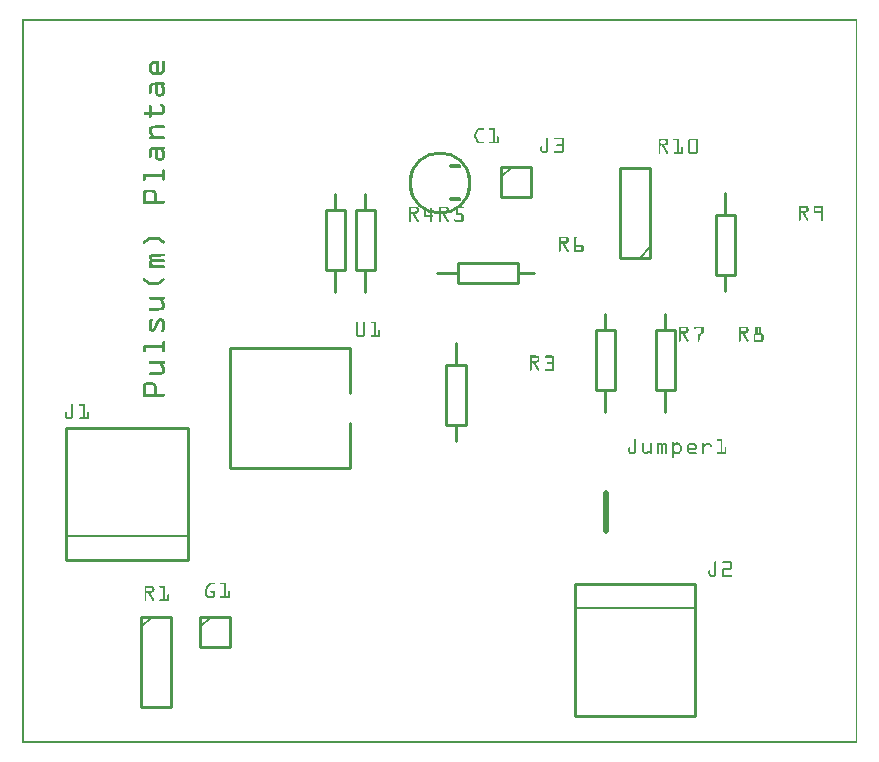
<source format=gto>
G04 MADE WITH FRITZING*
G04 WWW.FRITZING.ORG*
G04 SINGLE SIDED*
G04 HOLES NOT PLATED*
G04 CONTOUR ON CENTER OF CONTOUR VECTOR*
%ASAXBY*%
%FSLAX23Y23*%
%MOIN*%
%OFA0B0*%
%SFA1.0B1.0*%
%ADD10C,0.210000X0.19*%
%ADD11C,0.010000*%
%ADD12C,0.005000*%
%ADD13C,0.021000*%
%LNSILK1*%
G90*
G70*
G54D10*
X1400Y1867D03*
G54D11*
X1847Y90D02*
X2250Y90D01*
D02*
X2250Y90D02*
X2250Y530D01*
D02*
X2250Y530D02*
X1847Y530D01*
D02*
X1847Y530D02*
X1847Y90D01*
G54D12*
D02*
X2250Y450D02*
X1847Y450D01*
G54D11*
D02*
X557Y1050D02*
X153Y1050D01*
D02*
X153Y1050D02*
X153Y610D01*
D02*
X153Y610D02*
X557Y610D01*
D02*
X557Y610D02*
X557Y1050D01*
G54D12*
D02*
X153Y690D02*
X557Y690D01*
G54D11*
D02*
X1100Y1317D02*
X700Y1317D01*
X700Y1317D02*
X700Y917D01*
X700Y917D02*
X1100Y917D01*
D02*
X1100Y1317D02*
X1100Y1167D01*
D02*
X1100Y1067D02*
X1100Y917D01*
D02*
X403Y420D02*
X403Y120D01*
D02*
X403Y120D02*
X503Y120D01*
D02*
X503Y120D02*
X503Y420D01*
D02*
X503Y420D02*
X403Y420D01*
G54D12*
D02*
X403Y385D02*
X438Y420D01*
G54D11*
D02*
X2100Y1617D02*
X2100Y1917D01*
X2100Y1917D02*
X2000Y1917D01*
X2000Y1917D02*
X2000Y1617D01*
X2000Y1617D02*
X2100Y1617D01*
G54D12*
D02*
X2100Y1652D02*
X2065Y1617D01*
G54D11*
D02*
X600Y420D02*
X600Y320D01*
D02*
X600Y320D02*
X700Y320D01*
D02*
X700Y320D02*
X700Y420D01*
D02*
X700Y420D02*
X600Y420D01*
G54D12*
D02*
X600Y385D02*
X635Y420D01*
G54D11*
D02*
X1453Y1332D02*
X1453Y1260D01*
D02*
X1453Y1060D02*
X1453Y1007D01*
D02*
X1486Y1260D02*
X1486Y1060D01*
D02*
X1486Y1060D02*
X1420Y1060D01*
D02*
X1420Y1060D02*
X1420Y1260D01*
D02*
X1420Y1260D02*
X1486Y1260D01*
D02*
X1150Y1504D02*
X1150Y1576D01*
D02*
X1150Y1776D02*
X1150Y1829D01*
D02*
X1117Y1576D02*
X1117Y1776D01*
D02*
X1117Y1776D02*
X1183Y1776D01*
D02*
X1183Y1776D02*
X1183Y1576D01*
D02*
X1183Y1576D02*
X1117Y1576D01*
D02*
X1050Y1504D02*
X1050Y1576D01*
D02*
X1050Y1776D02*
X1050Y1829D01*
D02*
X1017Y1576D02*
X1017Y1776D01*
D02*
X1017Y1776D02*
X1083Y1776D01*
D02*
X1083Y1776D02*
X1083Y1576D01*
D02*
X1083Y1576D02*
X1017Y1576D01*
D02*
X1388Y1567D02*
X1460Y1567D01*
D02*
X1660Y1567D02*
X1713Y1567D01*
D02*
X1460Y1600D02*
X1660Y1600D01*
D02*
X1660Y1600D02*
X1660Y1534D01*
D02*
X1660Y1534D02*
X1460Y1534D01*
D02*
X1460Y1534D02*
X1460Y1600D01*
D02*
X2150Y1104D02*
X2150Y1176D01*
D02*
X2150Y1376D02*
X2150Y1429D01*
D02*
X2117Y1176D02*
X2117Y1376D01*
D02*
X2117Y1376D02*
X2183Y1376D01*
D02*
X2183Y1376D02*
X2183Y1176D01*
D02*
X2183Y1176D02*
X2117Y1176D01*
D02*
X1950Y1104D02*
X1950Y1176D01*
D02*
X1950Y1376D02*
X1950Y1429D01*
D02*
X1917Y1176D02*
X1917Y1376D01*
D02*
X1917Y1376D02*
X1983Y1376D01*
D02*
X1983Y1376D02*
X1983Y1176D01*
D02*
X1983Y1176D02*
X1917Y1176D01*
G54D13*
D02*
X1951Y707D02*
X1953Y832D01*
G54D11*
D02*
X2350Y1832D02*
X2350Y1760D01*
D02*
X2350Y1560D02*
X2350Y1507D01*
D02*
X2383Y1760D02*
X2383Y1560D01*
D02*
X2383Y1560D02*
X2317Y1560D01*
D02*
X2317Y1560D02*
X2317Y1760D01*
D02*
X2317Y1760D02*
X2383Y1760D01*
D02*
X1603Y1920D02*
X1603Y1820D01*
D02*
X1603Y1820D02*
X1703Y1820D01*
D02*
X1703Y1820D02*
X1703Y1920D01*
D02*
X1703Y1920D02*
X1603Y1920D01*
G54D12*
D02*
X1603Y1885D02*
X1638Y1920D01*
G36*
X4Y2413D02*
X4Y2405D01*
X2784Y2405D01*
X2784Y5D01*
X2790Y5D01*
X2790Y2413D01*
X4Y2413D01*
G37*
D02*
G36*
X4Y2405D02*
X4Y5D01*
X12Y5D01*
X12Y2405D01*
X4Y2405D01*
G37*
D02*
G36*
X4Y5D02*
X4Y4D01*
X2790Y4D01*
X2790Y5D01*
X4Y5D01*
G37*
D02*
G36*
X4Y5D02*
X4Y4D01*
X2790Y4D01*
X2790Y5D01*
X4Y5D01*
G37*
D02*
G36*
X4Y4D02*
X4Y-1D01*
X2790Y-1D01*
X2790Y4D01*
X4Y4D01*
G37*
D02*
G36*
X441Y2273D02*
X441Y2272D01*
X439Y2272D01*
X439Y2271D01*
X437Y2271D01*
X437Y2270D01*
X436Y2270D01*
X436Y2269D01*
X435Y2269D01*
X435Y2268D01*
X434Y2268D01*
X434Y2267D01*
X433Y2267D01*
X433Y2266D01*
X432Y2266D01*
X432Y2265D01*
X431Y2265D01*
X431Y2263D01*
X452Y2263D01*
X452Y2235D01*
X462Y2235D01*
X462Y2270D01*
X461Y2270D01*
X461Y2271D01*
X460Y2271D01*
X460Y2272D01*
X459Y2272D01*
X459Y2273D01*
X441Y2273D01*
G37*
D02*
G36*
X475Y2273D02*
X475Y2272D01*
X474Y2272D01*
X474Y2271D01*
X473Y2271D01*
X473Y2270D01*
X472Y2270D01*
X472Y2241D01*
X471Y2241D01*
X471Y2240D01*
X470Y2240D01*
X470Y2238D01*
X469Y2238D01*
X469Y2237D01*
X468Y2237D01*
X468Y2236D01*
X466Y2236D01*
X466Y2235D01*
X479Y2235D01*
X479Y2236D01*
X480Y2236D01*
X480Y2237D01*
X481Y2237D01*
X481Y2240D01*
X482Y2240D01*
X482Y2270D01*
X481Y2270D01*
X481Y2272D01*
X479Y2272D01*
X479Y2273D01*
X475Y2273D01*
G37*
D02*
G36*
X430Y2263D02*
X430Y2262D01*
X429Y2262D01*
X429Y2259D01*
X428Y2259D01*
X428Y2240D01*
X429Y2240D01*
X429Y2237D01*
X430Y2237D01*
X430Y2235D01*
X444Y2235D01*
X444Y2236D01*
X442Y2236D01*
X442Y2237D01*
X441Y2237D01*
X441Y2238D01*
X440Y2238D01*
X440Y2240D01*
X439Y2240D01*
X439Y2241D01*
X438Y2241D01*
X438Y2258D01*
X439Y2258D01*
X439Y2259D01*
X440Y2259D01*
X440Y2260D01*
X441Y2260D01*
X441Y2262D01*
X442Y2262D01*
X442Y2263D01*
X430Y2263D01*
G37*
D02*
G36*
X431Y2235D02*
X431Y2234D01*
X479Y2234D01*
X479Y2235D01*
X431Y2235D01*
G37*
D02*
G36*
X431Y2235D02*
X431Y2234D01*
X479Y2234D01*
X479Y2235D01*
X431Y2235D01*
G37*
D02*
G36*
X431Y2235D02*
X431Y2234D01*
X479Y2234D01*
X479Y2235D01*
X431Y2235D01*
G37*
D02*
G36*
X432Y2234D02*
X432Y2233D01*
X433Y2233D01*
X433Y2232D01*
X434Y2232D01*
X434Y2231D01*
X435Y2231D01*
X435Y2230D01*
X436Y2230D01*
X436Y2229D01*
X437Y2229D01*
X437Y2228D01*
X439Y2228D01*
X439Y2227D01*
X441Y2227D01*
X441Y2226D01*
X469Y2226D01*
X469Y2227D01*
X471Y2227D01*
X471Y2228D01*
X473Y2228D01*
X473Y2229D01*
X474Y2229D01*
X474Y2230D01*
X475Y2230D01*
X475Y2231D01*
X476Y2231D01*
X476Y2232D01*
X477Y2232D01*
X477Y2233D01*
X478Y2233D01*
X478Y2234D01*
X432Y2234D01*
G37*
D02*
G36*
X448Y2201D02*
X448Y2200D01*
X438Y2200D01*
X438Y2199D01*
X435Y2199D01*
X435Y2198D01*
X434Y2198D01*
X434Y2197D01*
X433Y2197D01*
X433Y2196D01*
X432Y2196D01*
X432Y2195D01*
X431Y2195D01*
X431Y2194D01*
X430Y2194D01*
X430Y2192D01*
X466Y2192D01*
X466Y2191D01*
X467Y2191D01*
X467Y2190D01*
X468Y2190D01*
X468Y2188D01*
X469Y2188D01*
X469Y2186D01*
X470Y2186D01*
X470Y2184D01*
X471Y2184D01*
X471Y2183D01*
X472Y2183D01*
X472Y2166D01*
X471Y2166D01*
X471Y2165D01*
X470Y2165D01*
X470Y2164D01*
X481Y2164D01*
X481Y2165D01*
X482Y2165D01*
X482Y2184D01*
X481Y2184D01*
X481Y2186D01*
X480Y2186D01*
X480Y2188D01*
X479Y2188D01*
X479Y2190D01*
X478Y2190D01*
X478Y2191D01*
X477Y2191D01*
X477Y2192D01*
X479Y2192D01*
X479Y2193D01*
X481Y2193D01*
X481Y2195D01*
X482Y2195D01*
X482Y2199D01*
X481Y2199D01*
X481Y2200D01*
X480Y2200D01*
X480Y2201D01*
X448Y2201D01*
G37*
D02*
G36*
X429Y2192D02*
X429Y2191D01*
X449Y2191D01*
X449Y2190D01*
X448Y2190D01*
X448Y2165D01*
X449Y2165D01*
X449Y2164D01*
X460Y2164D01*
X460Y2165D01*
X459Y2165D01*
X459Y2166D01*
X458Y2166D01*
X458Y2189D01*
X459Y2189D01*
X459Y2190D01*
X460Y2190D01*
X460Y2191D01*
X465Y2191D01*
X465Y2192D01*
X429Y2192D01*
G37*
D02*
G36*
X429Y2191D02*
X429Y2190D01*
X428Y2190D01*
X428Y2167D01*
X429Y2167D01*
X429Y2165D01*
X430Y2165D01*
X430Y2164D01*
X435Y2164D01*
X435Y2165D01*
X436Y2165D01*
X436Y2166D01*
X437Y2166D01*
X437Y2168D01*
X438Y2168D01*
X438Y2189D01*
X439Y2189D01*
X439Y2190D01*
X441Y2190D01*
X441Y2191D01*
X429Y2191D01*
G37*
D02*
G36*
X449Y2164D02*
X449Y2163D01*
X481Y2163D01*
X481Y2164D01*
X449Y2164D01*
G37*
D02*
G36*
X449Y2164D02*
X449Y2163D01*
X481Y2163D01*
X481Y2164D01*
X449Y2164D01*
G37*
D02*
G36*
X450Y2163D02*
X450Y2161D01*
X451Y2161D01*
X451Y2159D01*
X452Y2159D01*
X452Y2158D01*
X453Y2158D01*
X453Y2157D01*
X455Y2157D01*
X455Y2156D01*
X457Y2156D01*
X457Y2155D01*
X460Y2155D01*
X460Y2154D01*
X470Y2154D01*
X470Y2155D01*
X473Y2155D01*
X473Y2156D01*
X475Y2156D01*
X475Y2157D01*
X477Y2157D01*
X477Y2158D01*
X478Y2158D01*
X478Y2159D01*
X479Y2159D01*
X479Y2161D01*
X480Y2161D01*
X480Y2162D01*
X481Y2162D01*
X481Y2163D01*
X450Y2163D01*
G37*
D02*
G36*
X467Y2130D02*
X467Y2129D01*
X466Y2129D01*
X466Y2128D01*
X465Y2128D01*
X465Y2127D01*
X464Y2127D01*
X464Y2124D01*
X465Y2124D01*
X465Y2122D01*
X466Y2122D01*
X466Y2121D01*
X468Y2121D01*
X468Y2120D01*
X471Y2120D01*
X471Y2118D01*
X472Y2118D01*
X472Y2104D01*
X471Y2104D01*
X471Y2103D01*
X470Y2103D01*
X470Y2102D01*
X481Y2102D01*
X481Y2103D01*
X482Y2103D01*
X482Y2119D01*
X481Y2119D01*
X481Y2122D01*
X480Y2122D01*
X480Y2124D01*
X479Y2124D01*
X479Y2125D01*
X478Y2125D01*
X478Y2126D01*
X477Y2126D01*
X477Y2127D01*
X476Y2127D01*
X476Y2128D01*
X474Y2128D01*
X474Y2129D01*
X472Y2129D01*
X472Y2130D01*
X467Y2130D01*
G37*
D02*
G36*
X430Y2125D02*
X430Y2124D01*
X429Y2124D01*
X429Y2123D01*
X428Y2123D01*
X428Y2102D01*
X438Y2102D01*
X438Y2122D01*
X437Y2122D01*
X437Y2124D01*
X435Y2124D01*
X435Y2125D01*
X430Y2125D01*
G37*
D02*
G36*
X415Y2102D02*
X415Y2101D01*
X481Y2101D01*
X481Y2102D01*
X415Y2102D01*
G37*
D02*
G36*
X415Y2102D02*
X415Y2101D01*
X481Y2101D01*
X481Y2102D01*
X415Y2102D01*
G37*
D02*
G36*
X413Y2101D02*
X413Y2099D01*
X412Y2099D01*
X412Y2095D01*
X413Y2095D01*
X413Y2094D01*
X414Y2094D01*
X414Y2093D01*
X415Y2093D01*
X415Y2092D01*
X428Y2092D01*
X428Y2086D01*
X429Y2086D01*
X429Y2084D01*
X430Y2084D01*
X430Y2083D01*
X435Y2083D01*
X435Y2084D01*
X436Y2084D01*
X436Y2085D01*
X437Y2085D01*
X437Y2087D01*
X438Y2087D01*
X438Y2092D01*
X470Y2092D01*
X470Y2093D01*
X473Y2093D01*
X473Y2094D01*
X475Y2094D01*
X475Y2095D01*
X477Y2095D01*
X477Y2096D01*
X478Y2096D01*
X478Y2097D01*
X479Y2097D01*
X479Y2099D01*
X480Y2099D01*
X480Y2100D01*
X481Y2100D01*
X481Y2101D01*
X413Y2101D01*
G37*
D02*
G36*
X475Y2059D02*
X475Y2058D01*
X447Y2058D01*
X447Y2057D01*
X437Y2057D01*
X437Y2056D01*
X435Y2056D01*
X435Y2055D01*
X434Y2055D01*
X434Y2054D01*
X433Y2054D01*
X433Y2053D01*
X432Y2053D01*
X432Y2052D01*
X431Y2052D01*
X431Y2051D01*
X430Y2051D01*
X430Y2049D01*
X429Y2049D01*
X429Y2047D01*
X428Y2047D01*
X428Y2034D01*
X429Y2034D01*
X429Y2031D01*
X430Y2031D01*
X430Y2030D01*
X431Y2030D01*
X431Y2028D01*
X432Y2028D01*
X432Y2027D01*
X433Y2027D01*
X433Y2025D01*
X434Y2025D01*
X434Y2023D01*
X435Y2023D01*
X435Y2022D01*
X436Y2022D01*
X436Y2021D01*
X431Y2021D01*
X431Y2020D01*
X429Y2020D01*
X429Y2018D01*
X428Y2018D01*
X428Y2014D01*
X429Y2014D01*
X429Y2013D01*
X430Y2013D01*
X430Y2012D01*
X432Y2012D01*
X432Y2011D01*
X478Y2011D01*
X478Y2012D01*
X480Y2012D01*
X480Y2013D01*
X481Y2013D01*
X481Y2014D01*
X482Y2014D01*
X482Y2018D01*
X481Y2018D01*
X481Y2019D01*
X480Y2019D01*
X480Y2020D01*
X479Y2020D01*
X479Y2021D01*
X447Y2021D01*
X447Y2022D01*
X446Y2022D01*
X446Y2024D01*
X445Y2024D01*
X445Y2026D01*
X444Y2026D01*
X444Y2027D01*
X443Y2027D01*
X443Y2029D01*
X442Y2029D01*
X442Y2030D01*
X441Y2030D01*
X441Y2032D01*
X440Y2032D01*
X440Y2033D01*
X439Y2033D01*
X439Y2035D01*
X438Y2035D01*
X438Y2046D01*
X439Y2046D01*
X439Y2047D01*
X441Y2047D01*
X441Y2048D01*
X463Y2048D01*
X463Y2049D01*
X479Y2049D01*
X479Y2050D01*
X481Y2050D01*
X481Y2052D01*
X482Y2052D01*
X482Y2056D01*
X481Y2056D01*
X481Y2057D01*
X480Y2057D01*
X480Y2058D01*
X478Y2058D01*
X478Y2059D01*
X475Y2059D01*
G37*
D02*
G36*
X1526Y2049D02*
X1526Y2048D01*
X1524Y2048D01*
X1524Y2047D01*
X1522Y2047D01*
X1522Y2046D01*
X1521Y2046D01*
X1521Y2044D01*
X1520Y2044D01*
X1520Y2042D01*
X1519Y2042D01*
X1519Y2040D01*
X1518Y2040D01*
X1518Y2038D01*
X1517Y2038D01*
X1517Y2036D01*
X1516Y2036D01*
X1516Y2034D01*
X1515Y2034D01*
X1515Y2032D01*
X1514Y2032D01*
X1514Y2030D01*
X1513Y2030D01*
X1513Y2028D01*
X1512Y2028D01*
X1512Y2019D01*
X1513Y2019D01*
X1513Y2017D01*
X1514Y2017D01*
X1514Y2015D01*
X1515Y2015D01*
X1515Y2013D01*
X1516Y2013D01*
X1516Y2011D01*
X1517Y2011D01*
X1517Y2009D01*
X1518Y2009D01*
X1518Y2007D01*
X1519Y2007D01*
X1519Y2005D01*
X1520Y2005D01*
X1520Y2003D01*
X1521Y2003D01*
X1521Y2001D01*
X1522Y2001D01*
X1522Y2000D01*
X1524Y2000D01*
X1524Y1999D01*
X1526Y1999D01*
X1526Y1998D01*
X1543Y1998D01*
X1543Y1999D01*
X1544Y1999D01*
X1544Y2000D01*
X1545Y2000D01*
X1545Y2002D01*
X1544Y2002D01*
X1544Y2004D01*
X1530Y2004D01*
X1530Y2005D01*
X1527Y2005D01*
X1527Y2006D01*
X1526Y2006D01*
X1526Y2008D01*
X1525Y2008D01*
X1525Y2010D01*
X1524Y2010D01*
X1524Y2012D01*
X1523Y2012D01*
X1523Y2014D01*
X1522Y2014D01*
X1522Y2016D01*
X1521Y2016D01*
X1521Y2018D01*
X1520Y2018D01*
X1520Y2020D01*
X1519Y2020D01*
X1519Y2027D01*
X1520Y2027D01*
X1520Y2029D01*
X1521Y2029D01*
X1521Y2031D01*
X1522Y2031D01*
X1522Y2033D01*
X1523Y2033D01*
X1523Y2035D01*
X1524Y2035D01*
X1524Y2037D01*
X1525Y2037D01*
X1525Y2039D01*
X1526Y2039D01*
X1526Y2041D01*
X1527Y2041D01*
X1527Y2042D01*
X1529Y2042D01*
X1529Y2043D01*
X1544Y2043D01*
X1544Y2045D01*
X1545Y2045D01*
X1545Y2047D01*
X1544Y2047D01*
X1544Y2048D01*
X1543Y2048D01*
X1543Y2049D01*
X1526Y2049D01*
G37*
D02*
G36*
X1563Y2049D02*
X1563Y2048D01*
X1562Y2048D01*
X1562Y2044D01*
X1563Y2044D01*
X1563Y2043D01*
X1574Y2043D01*
X1574Y2042D01*
X1575Y2042D01*
X1575Y2005D01*
X1574Y2005D01*
X1574Y2004D01*
X1582Y2004D01*
X1582Y2005D01*
X1581Y2005D01*
X1581Y2049D01*
X1563Y2049D01*
G37*
D02*
G36*
X1589Y2021D02*
X1589Y2020D01*
X1588Y2020D01*
X1588Y2005D01*
X1587Y2005D01*
X1587Y2004D01*
X1594Y2004D01*
X1594Y2020D01*
X1593Y2020D01*
X1593Y2021D01*
X1589Y2021D01*
G37*
D02*
G36*
X1563Y2004D02*
X1563Y2003D01*
X1594Y2003D01*
X1594Y2004D01*
X1563Y2004D01*
G37*
D02*
G36*
X1563Y2004D02*
X1563Y2003D01*
X1594Y2003D01*
X1594Y2004D01*
X1563Y2004D01*
G37*
D02*
G36*
X1562Y2003D02*
X1562Y1999D01*
X1563Y1999D01*
X1563Y1998D01*
X1593Y1998D01*
X1593Y1999D01*
X1594Y1999D01*
X1594Y2003D01*
X1562Y2003D01*
G37*
D02*
G36*
X1781Y2017D02*
X1781Y2016D01*
X1780Y2016D01*
X1780Y2012D01*
X1781Y2012D01*
X1781Y2011D01*
X1806Y2011D01*
X1806Y1997D01*
X1805Y1997D01*
X1805Y1996D01*
X1804Y1996D01*
X1804Y1995D01*
X1788Y1995D01*
X1788Y1994D01*
X1787Y1994D01*
X1787Y1993D01*
X1786Y1993D01*
X1786Y1990D01*
X1787Y1990D01*
X1787Y1989D01*
X1789Y1989D01*
X1789Y1988D01*
X1805Y1988D01*
X1805Y1986D01*
X1806Y1986D01*
X1806Y1973D01*
X1782Y1973D01*
X1782Y1972D01*
X1780Y1972D01*
X1780Y1967D01*
X1781Y1967D01*
X1781Y1966D01*
X1808Y1966D01*
X1808Y1967D01*
X1810Y1967D01*
X1810Y1968D01*
X1811Y1968D01*
X1811Y1969D01*
X1812Y1969D01*
X1812Y1989D01*
X1811Y1989D01*
X1811Y1991D01*
X1810Y1991D01*
X1810Y1993D01*
X1811Y1993D01*
X1811Y1994D01*
X1812Y1994D01*
X1812Y2014D01*
X1811Y2014D01*
X1811Y2015D01*
X1810Y2015D01*
X1810Y2016D01*
X1809Y2016D01*
X1809Y2017D01*
X1781Y2017D01*
G37*
D02*
G36*
X2127Y2014D02*
X2127Y2008D01*
X2150Y2008D01*
X2150Y2007D01*
X2152Y2007D01*
X2152Y2006D01*
X2153Y2006D01*
X2153Y1999D01*
X2152Y1999D01*
X2152Y1998D01*
X2150Y1998D01*
X2150Y1997D01*
X2159Y1997D01*
X2159Y2008D01*
X2158Y2008D01*
X2158Y2010D01*
X2157Y2010D01*
X2157Y2011D01*
X2156Y2011D01*
X2156Y2012D01*
X2155Y2012D01*
X2155Y2013D01*
X2153Y2013D01*
X2153Y2014D01*
X2127Y2014D01*
G37*
D02*
G36*
X2127Y2008D02*
X2127Y1997D01*
X2134Y1997D01*
X2134Y1998D01*
X2133Y1998D01*
X2133Y2007D01*
X2134Y2007D01*
X2134Y2008D01*
X2127Y2008D01*
G37*
D02*
G36*
X2127Y1997D02*
X2127Y1996D01*
X2159Y1996D01*
X2159Y1997D01*
X2127Y1997D01*
G37*
D02*
G36*
X2127Y1997D02*
X2127Y1996D01*
X2159Y1996D01*
X2159Y1997D01*
X2127Y1997D01*
G37*
D02*
G36*
X2127Y1996D02*
X2127Y1991D01*
X2138Y1991D01*
X2138Y1990D01*
X2139Y1990D01*
X2139Y1988D01*
X2140Y1988D01*
X2140Y1986D01*
X2141Y1986D01*
X2141Y1985D01*
X2142Y1985D01*
X2142Y1983D01*
X2143Y1983D01*
X2143Y1981D01*
X2144Y1981D01*
X2144Y1980D01*
X2145Y1980D01*
X2145Y1978D01*
X2146Y1978D01*
X2146Y1976D01*
X2147Y1976D01*
X2147Y1974D01*
X2148Y1974D01*
X2148Y1973D01*
X2149Y1973D01*
X2149Y1971D01*
X2150Y1971D01*
X2150Y1969D01*
X2151Y1969D01*
X2151Y1968D01*
X2152Y1968D01*
X2152Y1966D01*
X2153Y1966D01*
X2153Y1964D01*
X2154Y1964D01*
X2154Y1963D01*
X2158Y1963D01*
X2158Y1964D01*
X2159Y1964D01*
X2159Y1969D01*
X2158Y1969D01*
X2158Y1970D01*
X2157Y1970D01*
X2157Y1972D01*
X2156Y1972D01*
X2156Y1974D01*
X2155Y1974D01*
X2155Y1976D01*
X2154Y1976D01*
X2154Y1977D01*
X2153Y1977D01*
X2153Y1979D01*
X2152Y1979D01*
X2152Y1981D01*
X2151Y1981D01*
X2151Y1982D01*
X2150Y1982D01*
X2150Y1984D01*
X2149Y1984D01*
X2149Y1986D01*
X2148Y1986D01*
X2148Y1988D01*
X2147Y1988D01*
X2147Y1989D01*
X2146Y1989D01*
X2146Y1991D01*
X2153Y1991D01*
X2153Y1992D01*
X2155Y1992D01*
X2155Y1993D01*
X2156Y1993D01*
X2156Y1994D01*
X2157Y1994D01*
X2157Y1995D01*
X2158Y1995D01*
X2158Y1996D01*
X2127Y1996D01*
G37*
D02*
G36*
X2127Y1991D02*
X2127Y1964D01*
X2128Y1964D01*
X2128Y1963D01*
X2132Y1963D01*
X2132Y1964D01*
X2133Y1964D01*
X2133Y1990D01*
X2134Y1990D01*
X2134Y1991D01*
X2127Y1991D01*
G37*
D02*
G36*
X2178Y2014D02*
X2178Y2013D01*
X2177Y2013D01*
X2177Y2012D01*
X2176Y2012D01*
X2176Y2010D01*
X2177Y2010D01*
X2177Y2008D01*
X2189Y2008D01*
X2189Y1969D01*
X2197Y1969D01*
X2197Y1970D01*
X2196Y1970D01*
X2196Y2014D01*
X2178Y2014D01*
G37*
D02*
G36*
X2204Y1986D02*
X2204Y1985D01*
X2203Y1985D01*
X2203Y1982D01*
X2202Y1982D01*
X2202Y1969D01*
X2209Y1969D01*
X2209Y1985D01*
X2208Y1985D01*
X2208Y1986D01*
X2204Y1986D01*
G37*
D02*
G36*
X2177Y1969D02*
X2177Y1968D01*
X2209Y1968D01*
X2209Y1969D01*
X2177Y1969D01*
G37*
D02*
G36*
X2177Y1969D02*
X2177Y1968D01*
X2209Y1968D01*
X2209Y1969D01*
X2177Y1969D01*
G37*
D02*
G36*
X2177Y1968D02*
X2177Y1967D01*
X2176Y1967D01*
X2176Y1965D01*
X2177Y1965D01*
X2177Y1964D01*
X2178Y1964D01*
X2178Y1963D01*
X2208Y1963D01*
X2208Y1964D01*
X2209Y1964D01*
X2209Y1968D01*
X2177Y1968D01*
G37*
D02*
G36*
X2230Y2014D02*
X2230Y2013D01*
X2228Y2013D01*
X2228Y2012D01*
X2227Y2012D01*
X2227Y2010D01*
X2226Y2010D01*
X2226Y2008D01*
X2252Y2008D01*
X2252Y1969D01*
X2259Y1969D01*
X2259Y2009D01*
X2258Y2009D01*
X2258Y2011D01*
X2257Y2011D01*
X2257Y2013D01*
X2255Y2013D01*
X2255Y2014D01*
X2230Y2014D01*
G37*
D02*
G36*
X2226Y2008D02*
X2226Y1969D01*
X2233Y1969D01*
X2233Y2008D01*
X2226Y2008D01*
G37*
D02*
G36*
X2226Y1969D02*
X2226Y1968D01*
X2259Y1968D01*
X2259Y1969D01*
X2226Y1969D01*
G37*
D02*
G36*
X2226Y1969D02*
X2226Y1968D01*
X2259Y1968D01*
X2259Y1969D01*
X2226Y1969D01*
G37*
D02*
G36*
X2226Y1968D02*
X2226Y1967D01*
X2227Y1967D01*
X2227Y1965D01*
X2228Y1965D01*
X2228Y1964D01*
X2230Y1964D01*
X2230Y1963D01*
X2255Y1963D01*
X2255Y1964D01*
X2256Y1964D01*
X2256Y1965D01*
X2257Y1965D01*
X2257Y1966D01*
X2258Y1966D01*
X2258Y1968D01*
X2226Y1968D01*
G37*
D02*
G36*
X1754Y2017D02*
X1754Y2016D01*
X1753Y2016D01*
X1753Y1975D01*
X1752Y1975D01*
X1752Y1973D01*
X1759Y1973D01*
X1759Y2016D01*
X1758Y2016D01*
X1758Y2017D01*
X1754Y2017D01*
G37*
D02*
G36*
X1734Y1989D02*
X1734Y1987D01*
X1733Y1987D01*
X1733Y1974D01*
X1734Y1974D01*
X1734Y1973D01*
X1741Y1973D01*
X1741Y1974D01*
X1740Y1974D01*
X1740Y1988D01*
X1739Y1988D01*
X1739Y1989D01*
X1734Y1989D01*
G37*
D02*
G36*
X1734Y1973D02*
X1734Y1972D01*
X1759Y1972D01*
X1759Y1973D01*
X1734Y1973D01*
G37*
D02*
G36*
X1734Y1973D02*
X1734Y1972D01*
X1759Y1972D01*
X1759Y1973D01*
X1734Y1973D01*
G37*
D02*
G36*
X1734Y1972D02*
X1734Y1971D01*
X1735Y1971D01*
X1735Y1970D01*
X1736Y1970D01*
X1736Y1969D01*
X1737Y1969D01*
X1737Y1968D01*
X1738Y1968D01*
X1738Y1967D01*
X1740Y1967D01*
X1740Y1966D01*
X1753Y1966D01*
X1753Y1967D01*
X1755Y1967D01*
X1755Y1968D01*
X1756Y1968D01*
X1756Y1969D01*
X1757Y1969D01*
X1757Y1970D01*
X1758Y1970D01*
X1758Y1972D01*
X1734Y1972D01*
G37*
D02*
G36*
X460Y1987D02*
X460Y1986D01*
X439Y1986D01*
X439Y1985D01*
X436Y1985D01*
X436Y1984D01*
X434Y1984D01*
X434Y1983D01*
X433Y1983D01*
X433Y1982D01*
X432Y1982D01*
X432Y1981D01*
X431Y1981D01*
X431Y1980D01*
X430Y1980D01*
X430Y1978D01*
X429Y1978D01*
X429Y1977D01*
X467Y1977D01*
X467Y1975D01*
X468Y1975D01*
X468Y1973D01*
X469Y1973D01*
X469Y1972D01*
X470Y1972D01*
X470Y1970D01*
X471Y1970D01*
X471Y1968D01*
X472Y1968D01*
X472Y1952D01*
X471Y1952D01*
X471Y1950D01*
X481Y1950D01*
X481Y1951D01*
X482Y1951D01*
X482Y1970D01*
X481Y1970D01*
X481Y1972D01*
X480Y1972D01*
X480Y1974D01*
X479Y1974D01*
X479Y1975D01*
X478Y1975D01*
X478Y1978D01*
X480Y1978D01*
X480Y1979D01*
X481Y1979D01*
X481Y1981D01*
X482Y1981D01*
X482Y1984D01*
X481Y1984D01*
X481Y1986D01*
X479Y1986D01*
X479Y1987D01*
X460Y1987D01*
G37*
D02*
G36*
X429Y1977D02*
X429Y1976D01*
X449Y1976D01*
X449Y1975D01*
X448Y1975D01*
X448Y1951D01*
X449Y1951D01*
X449Y1950D01*
X459Y1950D01*
X459Y1952D01*
X458Y1952D01*
X458Y1975D01*
X459Y1975D01*
X459Y1976D01*
X460Y1976D01*
X460Y1977D01*
X429Y1977D01*
G37*
D02*
G36*
X429Y1976D02*
X429Y1975D01*
X428Y1975D01*
X428Y1952D01*
X429Y1952D01*
X429Y1951D01*
X430Y1951D01*
X430Y1950D01*
X431Y1950D01*
X431Y1949D01*
X434Y1949D01*
X434Y1950D01*
X436Y1950D01*
X436Y1951D01*
X437Y1951D01*
X437Y1953D01*
X438Y1953D01*
X438Y1974D01*
X439Y1974D01*
X439Y1975D01*
X440Y1975D01*
X440Y1976D01*
X429Y1976D01*
G37*
D02*
G36*
X449Y1950D02*
X449Y1949D01*
X481Y1949D01*
X481Y1950D01*
X449Y1950D01*
G37*
D02*
G36*
X449Y1950D02*
X449Y1949D01*
X481Y1949D01*
X481Y1950D01*
X449Y1950D01*
G37*
D02*
G36*
X449Y1949D02*
X449Y1948D01*
X450Y1948D01*
X450Y1946D01*
X451Y1946D01*
X451Y1945D01*
X452Y1945D01*
X452Y1944D01*
X453Y1944D01*
X453Y1943D01*
X454Y1943D01*
X454Y1942D01*
X456Y1942D01*
X456Y1941D01*
X458Y1941D01*
X458Y1940D01*
X472Y1940D01*
X472Y1941D01*
X474Y1941D01*
X474Y1942D01*
X476Y1942D01*
X476Y1943D01*
X477Y1943D01*
X477Y1944D01*
X478Y1944D01*
X478Y1945D01*
X479Y1945D01*
X479Y1946D01*
X480Y1946D01*
X480Y1948D01*
X481Y1948D01*
X481Y1949D01*
X449Y1949D01*
G37*
D02*
G36*
X1433Y1928D02*
X1433Y1927D01*
X1431Y1927D01*
X1431Y1926D01*
X1430Y1926D01*
X1430Y1924D01*
X1429Y1924D01*
X1429Y1920D01*
X1430Y1920D01*
X1430Y1918D01*
X1432Y1918D01*
X1432Y1917D01*
X1467Y1917D01*
X1467Y1918D01*
X1469Y1918D01*
X1469Y1920D01*
X1470Y1920D01*
X1470Y1924D01*
X1469Y1924D01*
X1469Y1926D01*
X1468Y1926D01*
X1468Y1927D01*
X1466Y1927D01*
X1466Y1928D01*
X1433Y1928D01*
G37*
D02*
G36*
X475Y1911D02*
X475Y1910D01*
X474Y1910D01*
X474Y1909D01*
X473Y1909D01*
X473Y1907D01*
X472Y1907D01*
X472Y1897D01*
X411Y1897D01*
X411Y1896D01*
X409Y1896D01*
X409Y1894D01*
X408Y1894D01*
X408Y1887D01*
X472Y1887D01*
X472Y1877D01*
X473Y1877D01*
X473Y1875D01*
X474Y1875D01*
X474Y1874D01*
X475Y1874D01*
X475Y1873D01*
X479Y1873D01*
X479Y1874D01*
X480Y1874D01*
X480Y1875D01*
X481Y1875D01*
X481Y1876D01*
X482Y1876D01*
X482Y1908D01*
X481Y1908D01*
X481Y1909D01*
X480Y1909D01*
X480Y1910D01*
X479Y1910D01*
X479Y1911D01*
X475Y1911D01*
G37*
D02*
G36*
X408Y1887D02*
X408Y1876D01*
X409Y1876D01*
X409Y1874D01*
X411Y1874D01*
X411Y1873D01*
X415Y1873D01*
X415Y1874D01*
X416Y1874D01*
X416Y1875D01*
X417Y1875D01*
X417Y1887D01*
X408Y1887D01*
G37*
D02*
G36*
X418Y1844D02*
X418Y1843D01*
X416Y1843D01*
X416Y1842D01*
X414Y1842D01*
X414Y1841D01*
X413Y1841D01*
X413Y1840D01*
X412Y1840D01*
X412Y1839D01*
X411Y1839D01*
X411Y1838D01*
X410Y1838D01*
X410Y1836D01*
X409Y1836D01*
X409Y1835D01*
X440Y1835D01*
X440Y1834D01*
X442Y1834D01*
X442Y1833D01*
X443Y1833D01*
X443Y1832D01*
X444Y1832D01*
X444Y1807D01*
X454Y1807D01*
X454Y1832D01*
X453Y1832D01*
X453Y1835D01*
X452Y1835D01*
X452Y1837D01*
X451Y1837D01*
X451Y1839D01*
X450Y1839D01*
X450Y1840D01*
X449Y1840D01*
X449Y1841D01*
X448Y1841D01*
X448Y1842D01*
X446Y1842D01*
X446Y1843D01*
X444Y1843D01*
X444Y1844D01*
X418Y1844D01*
G37*
D02*
G36*
X409Y1835D02*
X409Y1834D01*
X408Y1834D01*
X408Y1807D01*
X418Y1807D01*
X418Y1833D01*
X419Y1833D01*
X419Y1834D01*
X421Y1834D01*
X421Y1835D01*
X409Y1835D01*
G37*
D02*
G36*
X408Y1807D02*
X408Y1806D01*
X461Y1806D01*
X461Y1807D01*
X408Y1807D01*
G37*
D02*
G36*
X408Y1807D02*
X408Y1806D01*
X461Y1806D01*
X461Y1807D01*
X408Y1807D01*
G37*
D02*
G36*
X408Y1806D02*
X408Y1797D01*
X479Y1797D01*
X479Y1798D01*
X481Y1798D01*
X481Y1800D01*
X482Y1800D01*
X482Y1803D01*
X481Y1803D01*
X481Y1805D01*
X480Y1805D01*
X480Y1806D01*
X408Y1806D01*
G37*
D02*
G36*
X1433Y1818D02*
X1433Y1817D01*
X1431Y1817D01*
X1431Y1816D01*
X1430Y1816D01*
X1430Y1814D01*
X1429Y1814D01*
X1429Y1810D01*
X1430Y1810D01*
X1430Y1808D01*
X1432Y1808D01*
X1432Y1807D01*
X1467Y1807D01*
X1467Y1808D01*
X1469Y1808D01*
X1469Y1810D01*
X1470Y1810D01*
X1470Y1814D01*
X1469Y1814D01*
X1469Y1816D01*
X1468Y1816D01*
X1468Y1817D01*
X1466Y1817D01*
X1466Y1818D01*
X1433Y1818D01*
G37*
D02*
G36*
X2594Y1790D02*
X2594Y1784D01*
X2618Y1784D01*
X2618Y1783D01*
X2619Y1783D01*
X2619Y1782D01*
X2620Y1782D01*
X2620Y1775D01*
X2619Y1775D01*
X2619Y1774D01*
X2627Y1774D01*
X2627Y1783D01*
X2626Y1783D01*
X2626Y1785D01*
X2625Y1785D01*
X2625Y1787D01*
X2624Y1787D01*
X2624Y1788D01*
X2623Y1788D01*
X2623Y1789D01*
X2621Y1789D01*
X2621Y1790D01*
X2594Y1790D01*
G37*
D02*
G36*
X2594Y1784D02*
X2594Y1774D01*
X2601Y1774D01*
X2601Y1784D01*
X2594Y1784D01*
G37*
D02*
G36*
X2594Y1774D02*
X2594Y1773D01*
X2626Y1773D01*
X2626Y1774D01*
X2594Y1774D01*
G37*
D02*
G36*
X2594Y1774D02*
X2594Y1773D01*
X2626Y1773D01*
X2626Y1774D01*
X2594Y1774D01*
G37*
D02*
G36*
X2594Y1773D02*
X2594Y1767D01*
X2606Y1767D01*
X2606Y1765D01*
X2607Y1765D01*
X2607Y1763D01*
X2608Y1763D01*
X2608Y1761D01*
X2609Y1761D01*
X2609Y1760D01*
X2610Y1760D01*
X2610Y1758D01*
X2611Y1758D01*
X2611Y1756D01*
X2612Y1756D01*
X2612Y1755D01*
X2613Y1755D01*
X2613Y1753D01*
X2614Y1753D01*
X2614Y1751D01*
X2615Y1751D01*
X2615Y1749D01*
X2616Y1749D01*
X2616Y1748D01*
X2617Y1748D01*
X2617Y1746D01*
X2618Y1746D01*
X2618Y1744D01*
X2619Y1744D01*
X2619Y1743D01*
X2620Y1743D01*
X2620Y1741D01*
X2621Y1741D01*
X2621Y1740D01*
X2622Y1740D01*
X2622Y1739D01*
X2625Y1739D01*
X2625Y1740D01*
X2626Y1740D01*
X2626Y1741D01*
X2627Y1741D01*
X2627Y1744D01*
X2626Y1744D01*
X2626Y1745D01*
X2625Y1745D01*
X2625Y1747D01*
X2624Y1747D01*
X2624Y1749D01*
X2623Y1749D01*
X2623Y1751D01*
X2622Y1751D01*
X2622Y1752D01*
X2621Y1752D01*
X2621Y1754D01*
X2620Y1754D01*
X2620Y1756D01*
X2619Y1756D01*
X2619Y1758D01*
X2618Y1758D01*
X2618Y1759D01*
X2617Y1759D01*
X2617Y1761D01*
X2616Y1761D01*
X2616Y1763D01*
X2615Y1763D01*
X2615Y1764D01*
X2614Y1764D01*
X2614Y1766D01*
X2613Y1766D01*
X2613Y1767D01*
X2620Y1767D01*
X2620Y1768D01*
X2622Y1768D01*
X2622Y1769D01*
X2623Y1769D01*
X2623Y1770D01*
X2624Y1770D01*
X2624Y1771D01*
X2625Y1771D01*
X2625Y1772D01*
X2626Y1772D01*
X2626Y1773D01*
X2594Y1773D01*
G37*
D02*
G36*
X2594Y1767D02*
X2594Y1741D01*
X2595Y1741D01*
X2595Y1740D01*
X2596Y1740D01*
X2596Y1739D01*
X2599Y1739D01*
X2599Y1740D01*
X2600Y1740D01*
X2600Y1741D01*
X2601Y1741D01*
X2601Y1767D01*
X2594Y1767D01*
G37*
D02*
G36*
X2645Y1790D02*
X2645Y1789D01*
X2644Y1789D01*
X2644Y1784D01*
X2670Y1784D01*
X2670Y1774D01*
X2676Y1774D01*
X2676Y1789D01*
X2675Y1789D01*
X2675Y1790D01*
X2645Y1790D01*
G37*
D02*
G36*
X2644Y1784D02*
X2644Y1774D01*
X2650Y1774D01*
X2650Y1783D01*
X2651Y1783D01*
X2651Y1784D01*
X2644Y1784D01*
G37*
D02*
G36*
X2644Y1774D02*
X2644Y1773D01*
X2676Y1773D01*
X2676Y1774D01*
X2644Y1774D01*
G37*
D02*
G36*
X2644Y1774D02*
X2644Y1773D01*
X2676Y1773D01*
X2676Y1774D01*
X2644Y1774D01*
G37*
D02*
G36*
X2644Y1773D02*
X2644Y1768D01*
X2645Y1768D01*
X2645Y1767D01*
X2670Y1767D01*
X2670Y1746D01*
X2669Y1746D01*
X2669Y1745D01*
X2667Y1745D01*
X2667Y1740D01*
X2668Y1740D01*
X2668Y1739D01*
X2675Y1739D01*
X2675Y1740D01*
X2676Y1740D01*
X2676Y1773D01*
X2644Y1773D01*
G37*
D02*
G36*
X1294Y1787D02*
X1294Y1781D01*
X1318Y1781D01*
X1318Y1780D01*
X1320Y1780D01*
X1320Y1778D01*
X1321Y1778D01*
X1321Y1773D01*
X1320Y1773D01*
X1320Y1771D01*
X1315Y1771D01*
X1315Y1770D01*
X1327Y1770D01*
X1327Y1781D01*
X1326Y1781D01*
X1326Y1783D01*
X1325Y1783D01*
X1325Y1784D01*
X1324Y1784D01*
X1324Y1785D01*
X1323Y1785D01*
X1323Y1786D01*
X1321Y1786D01*
X1321Y1787D01*
X1294Y1787D01*
G37*
D02*
G36*
X1294Y1781D02*
X1294Y1770D01*
X1302Y1770D01*
X1302Y1771D01*
X1301Y1771D01*
X1301Y1781D01*
X1294Y1781D01*
G37*
D02*
G36*
X1294Y1770D02*
X1294Y1769D01*
X1326Y1769D01*
X1326Y1770D01*
X1294Y1770D01*
G37*
D02*
G36*
X1294Y1770D02*
X1294Y1769D01*
X1326Y1769D01*
X1326Y1770D01*
X1294Y1770D01*
G37*
D02*
G36*
X1294Y1769D02*
X1294Y1764D01*
X1306Y1764D01*
X1306Y1762D01*
X1307Y1762D01*
X1307Y1761D01*
X1308Y1761D01*
X1308Y1759D01*
X1309Y1759D01*
X1309Y1757D01*
X1310Y1757D01*
X1310Y1756D01*
X1311Y1756D01*
X1311Y1754D01*
X1312Y1754D01*
X1312Y1752D01*
X1313Y1752D01*
X1313Y1750D01*
X1314Y1750D01*
X1314Y1749D01*
X1315Y1749D01*
X1315Y1747D01*
X1316Y1747D01*
X1316Y1745D01*
X1317Y1745D01*
X1317Y1744D01*
X1318Y1744D01*
X1318Y1742D01*
X1319Y1742D01*
X1319Y1740D01*
X1320Y1740D01*
X1320Y1738D01*
X1321Y1738D01*
X1321Y1737D01*
X1322Y1737D01*
X1322Y1736D01*
X1326Y1736D01*
X1326Y1737D01*
X1327Y1737D01*
X1327Y1741D01*
X1326Y1741D01*
X1326Y1743D01*
X1325Y1743D01*
X1325Y1745D01*
X1324Y1745D01*
X1324Y1747D01*
X1323Y1747D01*
X1323Y1748D01*
X1322Y1748D01*
X1322Y1750D01*
X1321Y1750D01*
X1321Y1752D01*
X1320Y1752D01*
X1320Y1753D01*
X1319Y1753D01*
X1319Y1755D01*
X1318Y1755D01*
X1318Y1757D01*
X1317Y1757D01*
X1317Y1759D01*
X1316Y1759D01*
X1316Y1760D01*
X1315Y1760D01*
X1315Y1762D01*
X1314Y1762D01*
X1314Y1764D01*
X1321Y1764D01*
X1321Y1765D01*
X1323Y1765D01*
X1323Y1766D01*
X1324Y1766D01*
X1324Y1767D01*
X1325Y1767D01*
X1325Y1768D01*
X1326Y1768D01*
X1326Y1769D01*
X1294Y1769D01*
G37*
D02*
G36*
X1294Y1764D02*
X1294Y1741D01*
X1295Y1741D01*
X1295Y1737D01*
X1296Y1737D01*
X1296Y1736D01*
X1300Y1736D01*
X1300Y1737D01*
X1301Y1737D01*
X1301Y1764D01*
X1294Y1764D01*
G37*
D02*
G36*
X1347Y1787D02*
X1347Y1786D01*
X1346Y1786D01*
X1346Y1759D01*
X1353Y1759D01*
X1353Y1760D01*
X1352Y1760D01*
X1352Y1786D01*
X1351Y1786D01*
X1351Y1787D01*
X1347Y1787D01*
G37*
D02*
G36*
X1368Y1782D02*
X1368Y1781D01*
X1366Y1781D01*
X1366Y1779D01*
X1365Y1779D01*
X1365Y1759D01*
X1372Y1759D01*
X1372Y1780D01*
X1371Y1780D01*
X1371Y1781D01*
X1370Y1781D01*
X1370Y1782D01*
X1368Y1782D01*
G37*
D02*
G36*
X1346Y1759D02*
X1346Y1758D01*
X1374Y1758D01*
X1374Y1759D01*
X1346Y1759D01*
G37*
D02*
G36*
X1346Y1759D02*
X1346Y1758D01*
X1374Y1758D01*
X1374Y1759D01*
X1346Y1759D01*
G37*
D02*
G36*
X1346Y1758D02*
X1346Y1753D01*
X1365Y1753D01*
X1365Y1738D01*
X1366Y1738D01*
X1366Y1737D01*
X1367Y1737D01*
X1367Y1736D01*
X1370Y1736D01*
X1370Y1737D01*
X1371Y1737D01*
X1371Y1738D01*
X1372Y1738D01*
X1372Y1753D01*
X1374Y1753D01*
X1374Y1754D01*
X1375Y1754D01*
X1375Y1758D01*
X1346Y1758D01*
G37*
D02*
G36*
X1394Y1787D02*
X1394Y1781D01*
X1418Y1781D01*
X1418Y1780D01*
X1420Y1780D01*
X1420Y1778D01*
X1421Y1778D01*
X1421Y1773D01*
X1420Y1773D01*
X1420Y1771D01*
X1415Y1771D01*
X1415Y1770D01*
X1427Y1770D01*
X1427Y1781D01*
X1426Y1781D01*
X1426Y1783D01*
X1425Y1783D01*
X1425Y1784D01*
X1424Y1784D01*
X1424Y1785D01*
X1423Y1785D01*
X1423Y1786D01*
X1421Y1786D01*
X1421Y1787D01*
X1394Y1787D01*
G37*
D02*
G36*
X1394Y1781D02*
X1394Y1770D01*
X1402Y1770D01*
X1402Y1771D01*
X1401Y1771D01*
X1401Y1781D01*
X1394Y1781D01*
G37*
D02*
G36*
X1394Y1770D02*
X1394Y1769D01*
X1426Y1769D01*
X1426Y1770D01*
X1394Y1770D01*
G37*
D02*
G36*
X1394Y1770D02*
X1394Y1769D01*
X1426Y1769D01*
X1426Y1770D01*
X1394Y1770D01*
G37*
D02*
G36*
X1394Y1769D02*
X1394Y1764D01*
X1406Y1764D01*
X1406Y1762D01*
X1407Y1762D01*
X1407Y1761D01*
X1408Y1761D01*
X1408Y1759D01*
X1409Y1759D01*
X1409Y1757D01*
X1410Y1757D01*
X1410Y1756D01*
X1411Y1756D01*
X1411Y1754D01*
X1412Y1754D01*
X1412Y1752D01*
X1413Y1752D01*
X1413Y1750D01*
X1414Y1750D01*
X1414Y1749D01*
X1415Y1749D01*
X1415Y1747D01*
X1416Y1747D01*
X1416Y1745D01*
X1417Y1745D01*
X1417Y1744D01*
X1418Y1744D01*
X1418Y1742D01*
X1419Y1742D01*
X1419Y1740D01*
X1420Y1740D01*
X1420Y1738D01*
X1421Y1738D01*
X1421Y1737D01*
X1422Y1737D01*
X1422Y1736D01*
X1426Y1736D01*
X1426Y1737D01*
X1427Y1737D01*
X1427Y1741D01*
X1426Y1741D01*
X1426Y1743D01*
X1425Y1743D01*
X1425Y1745D01*
X1424Y1745D01*
X1424Y1746D01*
X1423Y1746D01*
X1423Y1748D01*
X1422Y1748D01*
X1422Y1750D01*
X1421Y1750D01*
X1421Y1752D01*
X1420Y1752D01*
X1420Y1753D01*
X1419Y1753D01*
X1419Y1755D01*
X1418Y1755D01*
X1418Y1757D01*
X1417Y1757D01*
X1417Y1758D01*
X1416Y1758D01*
X1416Y1760D01*
X1415Y1760D01*
X1415Y1762D01*
X1414Y1762D01*
X1414Y1764D01*
X1421Y1764D01*
X1421Y1765D01*
X1423Y1765D01*
X1423Y1766D01*
X1424Y1766D01*
X1424Y1767D01*
X1425Y1767D01*
X1425Y1768D01*
X1426Y1768D01*
X1426Y1769D01*
X1394Y1769D01*
G37*
D02*
G36*
X1394Y1764D02*
X1394Y1739D01*
X1395Y1739D01*
X1395Y1737D01*
X1396Y1737D01*
X1396Y1736D01*
X1400Y1736D01*
X1400Y1737D01*
X1401Y1737D01*
X1401Y1764D01*
X1394Y1764D01*
G37*
D02*
G36*
X1451Y1787D02*
X1451Y1758D01*
X1470Y1758D01*
X1470Y1743D01*
X1477Y1743D01*
X1477Y1760D01*
X1476Y1760D01*
X1476Y1762D01*
X1475Y1762D01*
X1475Y1763D01*
X1474Y1763D01*
X1474Y1764D01*
X1473Y1764D01*
X1473Y1765D01*
X1457Y1765D01*
X1457Y1780D01*
X1458Y1780D01*
X1458Y1781D01*
X1476Y1781D01*
X1476Y1783D01*
X1477Y1783D01*
X1477Y1785D01*
X1476Y1785D01*
X1476Y1787D01*
X1451Y1787D01*
G37*
D02*
G36*
X1445Y1745D02*
X1445Y1744D01*
X1444Y1744D01*
X1444Y1743D01*
X1452Y1743D01*
X1452Y1744D01*
X1450Y1744D01*
X1450Y1745D01*
X1445Y1745D01*
G37*
D02*
G36*
X1444Y1743D02*
X1444Y1742D01*
X1477Y1742D01*
X1477Y1743D01*
X1444Y1743D01*
G37*
D02*
G36*
X1444Y1743D02*
X1444Y1742D01*
X1477Y1742D01*
X1477Y1743D01*
X1444Y1743D01*
G37*
D02*
G36*
X1444Y1742D02*
X1444Y1740D01*
X1445Y1740D01*
X1445Y1739D01*
X1447Y1739D01*
X1447Y1738D01*
X1450Y1738D01*
X1450Y1737D01*
X1452Y1737D01*
X1452Y1736D01*
X1473Y1736D01*
X1473Y1737D01*
X1475Y1737D01*
X1475Y1739D01*
X1476Y1739D01*
X1476Y1740D01*
X1477Y1740D01*
X1477Y1742D01*
X1444Y1742D01*
G37*
D02*
G36*
X431Y1687D02*
X431Y1686D01*
X428Y1686D01*
X428Y1685D01*
X426Y1685D01*
X426Y1684D01*
X425Y1684D01*
X425Y1683D01*
X423Y1683D01*
X423Y1682D01*
X422Y1682D01*
X422Y1681D01*
X421Y1681D01*
X421Y1680D01*
X419Y1680D01*
X419Y1679D01*
X418Y1679D01*
X418Y1678D01*
X417Y1678D01*
X417Y1677D01*
X458Y1677D01*
X458Y1676D01*
X460Y1676D01*
X460Y1675D01*
X461Y1675D01*
X461Y1674D01*
X462Y1674D01*
X462Y1673D01*
X464Y1673D01*
X464Y1672D01*
X465Y1672D01*
X465Y1671D01*
X466Y1671D01*
X466Y1670D01*
X468Y1670D01*
X468Y1669D01*
X469Y1669D01*
X469Y1668D01*
X470Y1668D01*
X470Y1667D01*
X471Y1667D01*
X471Y1666D01*
X473Y1666D01*
X473Y1665D01*
X474Y1665D01*
X474Y1664D01*
X476Y1664D01*
X476Y1663D01*
X478Y1663D01*
X478Y1664D01*
X480Y1664D01*
X480Y1665D01*
X481Y1665D01*
X481Y1666D01*
X482Y1666D01*
X482Y1670D01*
X481Y1670D01*
X481Y1671D01*
X480Y1671D01*
X480Y1672D01*
X479Y1672D01*
X479Y1673D01*
X478Y1673D01*
X478Y1674D01*
X477Y1674D01*
X477Y1675D01*
X475Y1675D01*
X475Y1676D01*
X474Y1676D01*
X474Y1677D01*
X473Y1677D01*
X473Y1678D01*
X472Y1678D01*
X472Y1679D01*
X470Y1679D01*
X470Y1680D01*
X469Y1680D01*
X469Y1681D01*
X468Y1681D01*
X468Y1682D01*
X466Y1682D01*
X466Y1683D01*
X465Y1683D01*
X465Y1684D01*
X464Y1684D01*
X464Y1685D01*
X462Y1685D01*
X462Y1686D01*
X458Y1686D01*
X458Y1687D01*
X431Y1687D01*
G37*
D02*
G36*
X416Y1677D02*
X416Y1676D01*
X414Y1676D01*
X414Y1675D01*
X413Y1675D01*
X413Y1674D01*
X412Y1674D01*
X412Y1673D01*
X411Y1673D01*
X411Y1672D01*
X409Y1672D01*
X409Y1670D01*
X408Y1670D01*
X408Y1666D01*
X409Y1666D01*
X409Y1665D01*
X410Y1665D01*
X410Y1664D01*
X412Y1664D01*
X412Y1663D01*
X414Y1663D01*
X414Y1664D01*
X416Y1664D01*
X416Y1665D01*
X417Y1665D01*
X417Y1666D01*
X418Y1666D01*
X418Y1667D01*
X420Y1667D01*
X420Y1668D01*
X421Y1668D01*
X421Y1669D01*
X422Y1669D01*
X422Y1670D01*
X424Y1670D01*
X424Y1671D01*
X425Y1671D01*
X425Y1672D01*
X426Y1672D01*
X426Y1673D01*
X427Y1673D01*
X427Y1674D01*
X429Y1674D01*
X429Y1675D01*
X430Y1675D01*
X430Y1676D01*
X432Y1676D01*
X432Y1677D01*
X416Y1677D01*
G37*
D02*
G36*
X1794Y1687D02*
X1794Y1681D01*
X1818Y1681D01*
X1818Y1680D01*
X1820Y1680D01*
X1820Y1672D01*
X1819Y1672D01*
X1819Y1671D01*
X1827Y1671D01*
X1827Y1681D01*
X1826Y1681D01*
X1826Y1683D01*
X1825Y1683D01*
X1825Y1684D01*
X1824Y1684D01*
X1824Y1685D01*
X1823Y1685D01*
X1823Y1686D01*
X1821Y1686D01*
X1821Y1687D01*
X1794Y1687D01*
G37*
D02*
G36*
X1794Y1681D02*
X1794Y1671D01*
X1801Y1671D01*
X1801Y1681D01*
X1794Y1681D01*
G37*
D02*
G36*
X1794Y1671D02*
X1794Y1670D01*
X1827Y1670D01*
X1827Y1671D01*
X1794Y1671D01*
G37*
D02*
G36*
X1794Y1671D02*
X1794Y1670D01*
X1827Y1670D01*
X1827Y1671D01*
X1794Y1671D01*
G37*
D02*
G36*
X1794Y1670D02*
X1794Y1664D01*
X1806Y1664D01*
X1806Y1662D01*
X1807Y1662D01*
X1807Y1660D01*
X1808Y1660D01*
X1808Y1659D01*
X1809Y1659D01*
X1809Y1657D01*
X1810Y1657D01*
X1810Y1655D01*
X1811Y1655D01*
X1811Y1654D01*
X1812Y1654D01*
X1812Y1652D01*
X1813Y1652D01*
X1813Y1650D01*
X1814Y1650D01*
X1814Y1649D01*
X1815Y1649D01*
X1815Y1647D01*
X1816Y1647D01*
X1816Y1645D01*
X1817Y1645D01*
X1817Y1643D01*
X1818Y1643D01*
X1818Y1642D01*
X1819Y1642D01*
X1819Y1640D01*
X1820Y1640D01*
X1820Y1638D01*
X1821Y1638D01*
X1821Y1637D01*
X1822Y1637D01*
X1822Y1636D01*
X1826Y1636D01*
X1826Y1637D01*
X1827Y1637D01*
X1827Y1641D01*
X1826Y1641D01*
X1826Y1643D01*
X1825Y1643D01*
X1825Y1645D01*
X1824Y1645D01*
X1824Y1646D01*
X1823Y1646D01*
X1823Y1648D01*
X1822Y1648D01*
X1822Y1650D01*
X1821Y1650D01*
X1821Y1651D01*
X1820Y1651D01*
X1820Y1653D01*
X1819Y1653D01*
X1819Y1655D01*
X1818Y1655D01*
X1818Y1657D01*
X1817Y1657D01*
X1817Y1658D01*
X1816Y1658D01*
X1816Y1660D01*
X1815Y1660D01*
X1815Y1662D01*
X1814Y1662D01*
X1814Y1664D01*
X1821Y1664D01*
X1821Y1665D01*
X1823Y1665D01*
X1823Y1666D01*
X1824Y1666D01*
X1824Y1667D01*
X1825Y1667D01*
X1825Y1668D01*
X1826Y1668D01*
X1826Y1670D01*
X1794Y1670D01*
G37*
D02*
G36*
X1794Y1664D02*
X1794Y1638D01*
X1795Y1638D01*
X1795Y1637D01*
X1796Y1637D01*
X1796Y1636D01*
X1799Y1636D01*
X1799Y1637D01*
X1800Y1637D01*
X1800Y1638D01*
X1801Y1638D01*
X1801Y1664D01*
X1794Y1664D01*
G37*
D02*
G36*
X1845Y1687D02*
X1845Y1686D01*
X1844Y1686D01*
X1844Y1653D01*
X1870Y1653D01*
X1870Y1643D01*
X1877Y1643D01*
X1877Y1657D01*
X1876Y1657D01*
X1876Y1659D01*
X1851Y1659D01*
X1851Y1681D01*
X1853Y1681D01*
X1853Y1683D01*
X1854Y1683D01*
X1854Y1685D01*
X1853Y1685D01*
X1853Y1687D01*
X1845Y1687D01*
G37*
D02*
G36*
X1844Y1653D02*
X1844Y1643D01*
X1851Y1643D01*
X1851Y1653D01*
X1844Y1653D01*
G37*
D02*
G36*
X1844Y1643D02*
X1844Y1642D01*
X1877Y1642D01*
X1877Y1643D01*
X1844Y1643D01*
G37*
D02*
G36*
X1844Y1643D02*
X1844Y1642D01*
X1877Y1642D01*
X1877Y1643D01*
X1844Y1643D01*
G37*
D02*
G36*
X1844Y1642D02*
X1844Y1637D01*
X1845Y1637D01*
X1845Y1636D01*
X1875Y1636D01*
X1875Y1637D01*
X1876Y1637D01*
X1876Y1638D01*
X1877Y1638D01*
X1877Y1642D01*
X1844Y1642D01*
G37*
D02*
G36*
X450Y1630D02*
X450Y1629D01*
X436Y1629D01*
X436Y1628D01*
X434Y1628D01*
X434Y1627D01*
X432Y1627D01*
X432Y1626D01*
X431Y1626D01*
X431Y1625D01*
X430Y1625D01*
X430Y1623D01*
X429Y1623D01*
X429Y1621D01*
X428Y1621D01*
X428Y1615D01*
X429Y1615D01*
X429Y1612D01*
X430Y1612D01*
X430Y1611D01*
X431Y1611D01*
X431Y1610D01*
X432Y1610D01*
X432Y1607D01*
X431Y1607D01*
X431Y1606D01*
X430Y1606D01*
X430Y1605D01*
X429Y1605D01*
X429Y1602D01*
X428Y1602D01*
X428Y1596D01*
X429Y1596D01*
X429Y1594D01*
X430Y1594D01*
X430Y1592D01*
X431Y1592D01*
X431Y1591D01*
X430Y1591D01*
X430Y1590D01*
X429Y1590D01*
X429Y1589D01*
X428Y1589D01*
X428Y1584D01*
X429Y1584D01*
X429Y1583D01*
X430Y1583D01*
X430Y1582D01*
X480Y1582D01*
X480Y1583D01*
X481Y1583D01*
X481Y1585D01*
X482Y1585D01*
X482Y1588D01*
X481Y1588D01*
X481Y1590D01*
X480Y1590D01*
X480Y1591D01*
X444Y1591D01*
X444Y1592D01*
X443Y1592D01*
X443Y1593D01*
X442Y1593D01*
X442Y1594D01*
X441Y1594D01*
X441Y1595D01*
X440Y1595D01*
X440Y1596D01*
X439Y1596D01*
X439Y1597D01*
X438Y1597D01*
X438Y1601D01*
X478Y1601D01*
X478Y1602D01*
X480Y1602D01*
X480Y1603D01*
X481Y1603D01*
X481Y1604D01*
X482Y1604D01*
X482Y1608D01*
X481Y1608D01*
X481Y1609D01*
X480Y1609D01*
X480Y1610D01*
X479Y1610D01*
X479Y1611D01*
X443Y1611D01*
X443Y1612D01*
X442Y1612D01*
X442Y1613D01*
X441Y1613D01*
X441Y1614D01*
X440Y1614D01*
X440Y1615D01*
X439Y1615D01*
X439Y1616D01*
X438Y1616D01*
X438Y1619D01*
X440Y1619D01*
X440Y1620D01*
X467Y1620D01*
X467Y1621D01*
X479Y1621D01*
X479Y1622D01*
X481Y1622D01*
X481Y1624D01*
X482Y1624D01*
X482Y1627D01*
X481Y1627D01*
X481Y1629D01*
X480Y1629D01*
X480Y1630D01*
X450Y1630D01*
G37*
D02*
G36*
X411Y1549D02*
X411Y1548D01*
X409Y1548D01*
X409Y1546D01*
X408Y1546D01*
X408Y1542D01*
X409Y1542D01*
X409Y1541D01*
X410Y1541D01*
X410Y1540D01*
X411Y1540D01*
X411Y1539D01*
X412Y1539D01*
X412Y1538D01*
X413Y1538D01*
X413Y1537D01*
X415Y1537D01*
X415Y1536D01*
X416Y1536D01*
X416Y1535D01*
X432Y1535D01*
X432Y1536D01*
X430Y1536D01*
X430Y1537D01*
X429Y1537D01*
X429Y1538D01*
X428Y1538D01*
X428Y1539D01*
X426Y1539D01*
X426Y1540D01*
X425Y1540D01*
X425Y1541D01*
X424Y1541D01*
X424Y1542D01*
X422Y1542D01*
X422Y1543D01*
X421Y1543D01*
X421Y1544D01*
X420Y1544D01*
X420Y1545D01*
X419Y1545D01*
X419Y1546D01*
X417Y1546D01*
X417Y1547D01*
X416Y1547D01*
X416Y1548D01*
X414Y1548D01*
X414Y1549D01*
X411Y1549D01*
G37*
D02*
G36*
X476Y1549D02*
X476Y1548D01*
X474Y1548D01*
X474Y1547D01*
X473Y1547D01*
X473Y1546D01*
X471Y1546D01*
X471Y1545D01*
X470Y1545D01*
X470Y1544D01*
X469Y1544D01*
X469Y1543D01*
X467Y1543D01*
X467Y1542D01*
X466Y1542D01*
X466Y1541D01*
X465Y1541D01*
X465Y1540D01*
X464Y1540D01*
X464Y1539D01*
X462Y1539D01*
X462Y1538D01*
X461Y1538D01*
X461Y1537D01*
X460Y1537D01*
X460Y1536D01*
X458Y1536D01*
X458Y1535D01*
X474Y1535D01*
X474Y1536D01*
X475Y1536D01*
X475Y1537D01*
X476Y1537D01*
X476Y1538D01*
X478Y1538D01*
X478Y1539D01*
X479Y1539D01*
X479Y1540D01*
X480Y1540D01*
X480Y1541D01*
X481Y1541D01*
X481Y1542D01*
X482Y1542D01*
X482Y1546D01*
X481Y1546D01*
X481Y1547D01*
X480Y1547D01*
X480Y1548D01*
X479Y1548D01*
X479Y1549D01*
X476Y1549D01*
G37*
D02*
G36*
X417Y1535D02*
X417Y1534D01*
X473Y1534D01*
X473Y1535D01*
X417Y1535D01*
G37*
D02*
G36*
X417Y1535D02*
X417Y1534D01*
X473Y1534D01*
X473Y1535D01*
X417Y1535D01*
G37*
D02*
G36*
X418Y1534D02*
X418Y1533D01*
X420Y1533D01*
X420Y1532D01*
X421Y1532D01*
X421Y1531D01*
X422Y1531D01*
X422Y1530D01*
X424Y1530D01*
X424Y1529D01*
X425Y1529D01*
X425Y1528D01*
X426Y1528D01*
X426Y1527D01*
X429Y1527D01*
X429Y1526D01*
X432Y1526D01*
X432Y1525D01*
X458Y1525D01*
X458Y1526D01*
X461Y1526D01*
X461Y1527D01*
X463Y1527D01*
X463Y1528D01*
X465Y1528D01*
X465Y1529D01*
X466Y1529D01*
X466Y1530D01*
X468Y1530D01*
X468Y1531D01*
X469Y1531D01*
X469Y1532D01*
X470Y1532D01*
X470Y1533D01*
X471Y1533D01*
X471Y1534D01*
X418Y1534D01*
G37*
D02*
G36*
X431Y1487D02*
X431Y1486D01*
X430Y1486D01*
X430Y1485D01*
X429Y1485D01*
X429Y1484D01*
X428Y1484D01*
X428Y1480D01*
X429Y1480D01*
X429Y1479D01*
X430Y1479D01*
X430Y1478D01*
X431Y1478D01*
X431Y1477D01*
X463Y1477D01*
X463Y1475D01*
X464Y1475D01*
X464Y1474D01*
X465Y1474D01*
X465Y1472D01*
X466Y1472D01*
X466Y1471D01*
X467Y1471D01*
X467Y1469D01*
X468Y1469D01*
X468Y1468D01*
X469Y1468D01*
X469Y1466D01*
X470Y1466D01*
X470Y1464D01*
X471Y1464D01*
X471Y1463D01*
X472Y1463D01*
X472Y1452D01*
X471Y1452D01*
X471Y1451D01*
X469Y1451D01*
X469Y1450D01*
X445Y1450D01*
X445Y1449D01*
X431Y1449D01*
X431Y1448D01*
X429Y1448D01*
X429Y1446D01*
X428Y1446D01*
X428Y1442D01*
X429Y1442D01*
X429Y1441D01*
X430Y1441D01*
X430Y1440D01*
X461Y1440D01*
X461Y1441D01*
X472Y1441D01*
X472Y1442D01*
X474Y1442D01*
X474Y1443D01*
X476Y1443D01*
X476Y1444D01*
X477Y1444D01*
X477Y1445D01*
X478Y1445D01*
X478Y1446D01*
X479Y1446D01*
X479Y1447D01*
X480Y1447D01*
X480Y1449D01*
X481Y1449D01*
X481Y1452D01*
X482Y1452D01*
X482Y1463D01*
X481Y1463D01*
X481Y1466D01*
X480Y1466D01*
X480Y1468D01*
X479Y1468D01*
X479Y1470D01*
X478Y1470D01*
X478Y1471D01*
X477Y1471D01*
X477Y1473D01*
X476Y1473D01*
X476Y1474D01*
X475Y1474D01*
X475Y1476D01*
X474Y1476D01*
X474Y1477D01*
X479Y1477D01*
X479Y1478D01*
X480Y1478D01*
X480Y1479D01*
X481Y1479D01*
X481Y1480D01*
X482Y1480D01*
X482Y1484D01*
X481Y1484D01*
X481Y1485D01*
X480Y1485D01*
X480Y1486D01*
X479Y1486D01*
X479Y1487D01*
X431Y1487D01*
G37*
D02*
G36*
X463Y1415D02*
X463Y1414D01*
X461Y1414D01*
X461Y1413D01*
X459Y1413D01*
X459Y1412D01*
X458Y1412D01*
X458Y1411D01*
X457Y1411D01*
X457Y1410D01*
X456Y1410D01*
X456Y1409D01*
X455Y1409D01*
X455Y1407D01*
X454Y1407D01*
X454Y1406D01*
X468Y1406D01*
X468Y1405D01*
X470Y1405D01*
X470Y1404D01*
X471Y1404D01*
X471Y1403D01*
X472Y1403D01*
X472Y1379D01*
X471Y1379D01*
X471Y1377D01*
X470Y1377D01*
X470Y1376D01*
X469Y1376D01*
X469Y1374D01*
X468Y1374D01*
X468Y1371D01*
X469Y1371D01*
X469Y1370D01*
X470Y1370D01*
X470Y1369D01*
X471Y1369D01*
X471Y1368D01*
X475Y1368D01*
X475Y1369D01*
X476Y1369D01*
X476Y1370D01*
X477Y1370D01*
X477Y1371D01*
X478Y1371D01*
X478Y1372D01*
X479Y1372D01*
X479Y1374D01*
X480Y1374D01*
X480Y1376D01*
X481Y1376D01*
X481Y1379D01*
X482Y1379D01*
X482Y1404D01*
X481Y1404D01*
X481Y1407D01*
X480Y1407D01*
X480Y1409D01*
X479Y1409D01*
X479Y1410D01*
X478Y1410D01*
X478Y1411D01*
X477Y1411D01*
X477Y1412D01*
X476Y1412D01*
X476Y1413D01*
X474Y1413D01*
X474Y1414D01*
X472Y1414D01*
X472Y1415D01*
X463Y1415D01*
G37*
D02*
G36*
X434Y1414D02*
X434Y1413D01*
X433Y1413D01*
X433Y1412D01*
X432Y1412D01*
X432Y1411D01*
X431Y1411D01*
X431Y1410D01*
X430Y1410D01*
X430Y1408D01*
X429Y1408D01*
X429Y1405D01*
X428Y1405D01*
X428Y1379D01*
X438Y1379D01*
X438Y1404D01*
X439Y1404D01*
X439Y1405D01*
X440Y1405D01*
X440Y1406D01*
X441Y1406D01*
X441Y1408D01*
X442Y1408D01*
X442Y1410D01*
X441Y1410D01*
X441Y1412D01*
X440Y1412D01*
X440Y1413D01*
X439Y1413D01*
X439Y1414D01*
X434Y1414D01*
G37*
D02*
G36*
X454Y1406D02*
X454Y1405D01*
X453Y1405D01*
X453Y1403D01*
X452Y1403D01*
X452Y1401D01*
X451Y1401D01*
X451Y1398D01*
X450Y1398D01*
X450Y1396D01*
X449Y1396D01*
X449Y1394D01*
X448Y1394D01*
X448Y1392D01*
X447Y1392D01*
X447Y1389D01*
X446Y1389D01*
X446Y1387D01*
X445Y1387D01*
X445Y1385D01*
X444Y1385D01*
X444Y1383D01*
X443Y1383D01*
X443Y1380D01*
X442Y1380D01*
X442Y1379D01*
X453Y1379D01*
X453Y1382D01*
X454Y1382D01*
X454Y1384D01*
X455Y1384D01*
X455Y1386D01*
X456Y1386D01*
X456Y1388D01*
X457Y1388D01*
X457Y1391D01*
X458Y1391D01*
X458Y1393D01*
X459Y1393D01*
X459Y1395D01*
X460Y1395D01*
X460Y1397D01*
X461Y1397D01*
X461Y1400D01*
X462Y1400D01*
X462Y1402D01*
X463Y1402D01*
X463Y1404D01*
X464Y1404D01*
X464Y1405D01*
X466Y1405D01*
X466Y1406D01*
X454Y1406D01*
G37*
D02*
G36*
X428Y1379D02*
X428Y1378D01*
X452Y1378D01*
X452Y1379D01*
X428Y1379D01*
G37*
D02*
G36*
X428Y1379D02*
X428Y1378D01*
X452Y1378D01*
X452Y1379D01*
X428Y1379D01*
G37*
D02*
G36*
X429Y1378D02*
X429Y1376D01*
X430Y1376D01*
X430Y1374D01*
X431Y1374D01*
X431Y1373D01*
X432Y1373D01*
X432Y1372D01*
X433Y1372D01*
X433Y1371D01*
X434Y1371D01*
X434Y1370D01*
X437Y1370D01*
X437Y1369D01*
X443Y1369D01*
X443Y1370D01*
X446Y1370D01*
X446Y1371D01*
X447Y1371D01*
X447Y1372D01*
X449Y1372D01*
X449Y1374D01*
X450Y1374D01*
X450Y1375D01*
X451Y1375D01*
X451Y1377D01*
X452Y1377D01*
X452Y1378D01*
X429Y1378D01*
G37*
D02*
G36*
X1118Y1404D02*
X1118Y1403D01*
X1117Y1403D01*
X1117Y1360D01*
X1125Y1360D01*
X1125Y1361D01*
X1124Y1361D01*
X1124Y1402D01*
X1123Y1402D01*
X1123Y1404D01*
X1118Y1404D01*
G37*
D02*
G36*
X1144Y1404D02*
X1144Y1402D01*
X1143Y1402D01*
X1143Y1361D01*
X1142Y1361D01*
X1142Y1360D01*
X1149Y1360D01*
X1149Y1361D01*
X1150Y1361D01*
X1150Y1402D01*
X1149Y1402D01*
X1149Y1404D01*
X1144Y1404D01*
G37*
D02*
G36*
X1118Y1360D02*
X1118Y1359D01*
X1149Y1359D01*
X1149Y1360D01*
X1118Y1360D01*
G37*
D02*
G36*
X1118Y1360D02*
X1118Y1359D01*
X1149Y1359D01*
X1149Y1360D01*
X1118Y1360D01*
G37*
D02*
G36*
X1118Y1359D02*
X1118Y1358D01*
X1119Y1358D01*
X1119Y1356D01*
X1120Y1356D01*
X1120Y1355D01*
X1122Y1355D01*
X1122Y1354D01*
X1124Y1354D01*
X1124Y1353D01*
X1143Y1353D01*
X1143Y1354D01*
X1145Y1354D01*
X1145Y1355D01*
X1146Y1355D01*
X1146Y1356D01*
X1147Y1356D01*
X1147Y1357D01*
X1148Y1357D01*
X1148Y1358D01*
X1149Y1358D01*
X1149Y1359D01*
X1118Y1359D01*
G37*
D02*
G36*
X1168Y1404D02*
X1168Y1403D01*
X1167Y1403D01*
X1167Y1399D01*
X1168Y1399D01*
X1168Y1398D01*
X1180Y1398D01*
X1180Y1360D01*
X1186Y1360D01*
X1186Y1404D01*
X1168Y1404D01*
G37*
D02*
G36*
X1194Y1376D02*
X1194Y1375D01*
X1193Y1375D01*
X1193Y1360D01*
X1199Y1360D01*
X1199Y1375D01*
X1198Y1375D01*
X1198Y1376D01*
X1194Y1376D01*
G37*
D02*
G36*
X1169Y1360D02*
X1169Y1359D01*
X1199Y1359D01*
X1199Y1360D01*
X1169Y1360D01*
G37*
D02*
G36*
X1169Y1360D02*
X1169Y1359D01*
X1199Y1359D01*
X1199Y1360D01*
X1169Y1360D01*
G37*
D02*
G36*
X1167Y1359D02*
X1167Y1354D01*
X1168Y1354D01*
X1168Y1353D01*
X1198Y1353D01*
X1198Y1354D01*
X1199Y1354D01*
X1199Y1359D01*
X1167Y1359D01*
G37*
D02*
G36*
X2194Y1387D02*
X2194Y1381D01*
X2218Y1381D01*
X2218Y1380D01*
X2220Y1380D01*
X2220Y1372D01*
X2219Y1372D01*
X2219Y1371D01*
X2227Y1371D01*
X2227Y1380D01*
X2226Y1380D01*
X2226Y1383D01*
X2225Y1383D01*
X2225Y1384D01*
X2224Y1384D01*
X2224Y1385D01*
X2223Y1385D01*
X2223Y1386D01*
X2221Y1386D01*
X2221Y1387D01*
X2194Y1387D01*
G37*
D02*
G36*
X2194Y1381D02*
X2194Y1371D01*
X2201Y1371D01*
X2201Y1381D01*
X2194Y1381D01*
G37*
D02*
G36*
X2194Y1371D02*
X2194Y1370D01*
X2226Y1370D01*
X2226Y1371D01*
X2194Y1371D01*
G37*
D02*
G36*
X2194Y1371D02*
X2194Y1370D01*
X2226Y1370D01*
X2226Y1371D01*
X2194Y1371D01*
G37*
D02*
G36*
X2194Y1370D02*
X2194Y1364D01*
X2206Y1364D01*
X2206Y1362D01*
X2207Y1362D01*
X2207Y1360D01*
X2208Y1360D01*
X2208Y1359D01*
X2209Y1359D01*
X2209Y1357D01*
X2210Y1357D01*
X2210Y1355D01*
X2211Y1355D01*
X2211Y1354D01*
X2212Y1354D01*
X2212Y1352D01*
X2213Y1352D01*
X2213Y1350D01*
X2214Y1350D01*
X2214Y1348D01*
X2215Y1348D01*
X2215Y1347D01*
X2216Y1347D01*
X2216Y1345D01*
X2217Y1345D01*
X2217Y1343D01*
X2218Y1343D01*
X2218Y1342D01*
X2219Y1342D01*
X2219Y1340D01*
X2220Y1340D01*
X2220Y1338D01*
X2221Y1338D01*
X2221Y1337D01*
X2222Y1337D01*
X2222Y1336D01*
X2225Y1336D01*
X2225Y1337D01*
X2226Y1337D01*
X2226Y1338D01*
X2227Y1338D01*
X2227Y1341D01*
X2226Y1341D01*
X2226Y1343D01*
X2225Y1343D01*
X2225Y1344D01*
X2224Y1344D01*
X2224Y1346D01*
X2223Y1346D01*
X2223Y1348D01*
X2222Y1348D01*
X2222Y1350D01*
X2221Y1350D01*
X2221Y1351D01*
X2220Y1351D01*
X2220Y1353D01*
X2219Y1353D01*
X2219Y1355D01*
X2218Y1355D01*
X2218Y1356D01*
X2217Y1356D01*
X2217Y1358D01*
X2216Y1358D01*
X2216Y1360D01*
X2215Y1360D01*
X2215Y1362D01*
X2214Y1362D01*
X2214Y1363D01*
X2213Y1363D01*
X2213Y1364D01*
X2220Y1364D01*
X2220Y1365D01*
X2222Y1365D01*
X2222Y1366D01*
X2224Y1366D01*
X2224Y1367D01*
X2225Y1367D01*
X2225Y1369D01*
X2226Y1369D01*
X2226Y1370D01*
X2194Y1370D01*
G37*
D02*
G36*
X2194Y1364D02*
X2194Y1338D01*
X2195Y1338D01*
X2195Y1337D01*
X2196Y1337D01*
X2196Y1336D01*
X2199Y1336D01*
X2199Y1337D01*
X2200Y1337D01*
X2200Y1338D01*
X2201Y1338D01*
X2201Y1364D01*
X2194Y1364D01*
G37*
D02*
G36*
X2245Y1387D02*
X2245Y1386D01*
X2244Y1386D01*
X2244Y1381D01*
X2270Y1381D01*
X2270Y1368D01*
X2268Y1368D01*
X2268Y1367D01*
X2267Y1367D01*
X2267Y1366D01*
X2266Y1366D01*
X2266Y1365D01*
X2265Y1365D01*
X2265Y1364D01*
X2264Y1364D01*
X2264Y1363D01*
X2263Y1363D01*
X2263Y1362D01*
X2261Y1362D01*
X2261Y1361D01*
X2260Y1361D01*
X2260Y1360D01*
X2259Y1360D01*
X2259Y1359D01*
X2258Y1359D01*
X2258Y1358D01*
X2257Y1358D01*
X2257Y1337D01*
X2259Y1337D01*
X2259Y1336D01*
X2262Y1336D01*
X2262Y1337D01*
X2263Y1337D01*
X2263Y1342D01*
X2264Y1342D01*
X2264Y1355D01*
X2265Y1355D01*
X2265Y1356D01*
X2266Y1356D01*
X2266Y1357D01*
X2267Y1357D01*
X2267Y1358D01*
X2268Y1358D01*
X2268Y1359D01*
X2269Y1359D01*
X2269Y1360D01*
X2270Y1360D01*
X2270Y1361D01*
X2272Y1361D01*
X2272Y1362D01*
X2273Y1362D01*
X2273Y1363D01*
X2274Y1363D01*
X2274Y1364D01*
X2275Y1364D01*
X2275Y1365D01*
X2276Y1365D01*
X2276Y1367D01*
X2277Y1367D01*
X2277Y1387D01*
X2245Y1387D01*
G37*
D02*
G36*
X2244Y1381D02*
X2244Y1379D01*
X2245Y1379D01*
X2245Y1378D01*
X2249Y1378D01*
X2249Y1379D01*
X2250Y1379D01*
X2250Y1380D01*
X2251Y1380D01*
X2251Y1381D01*
X2244Y1381D01*
G37*
D02*
G36*
X2394Y1387D02*
X2394Y1381D01*
X2418Y1381D01*
X2418Y1380D01*
X2419Y1380D01*
X2419Y1379D01*
X2420Y1379D01*
X2420Y1372D01*
X2419Y1372D01*
X2419Y1371D01*
X2427Y1371D01*
X2427Y1380D01*
X2426Y1380D01*
X2426Y1382D01*
X2425Y1382D01*
X2425Y1384D01*
X2424Y1384D01*
X2424Y1385D01*
X2423Y1385D01*
X2423Y1386D01*
X2421Y1386D01*
X2421Y1387D01*
X2394Y1387D01*
G37*
D02*
G36*
X2394Y1381D02*
X2394Y1371D01*
X2401Y1371D01*
X2401Y1381D01*
X2394Y1381D01*
G37*
D02*
G36*
X2394Y1371D02*
X2394Y1370D01*
X2426Y1370D01*
X2426Y1371D01*
X2394Y1371D01*
G37*
D02*
G36*
X2394Y1371D02*
X2394Y1370D01*
X2426Y1370D01*
X2426Y1371D01*
X2394Y1371D01*
G37*
D02*
G36*
X2394Y1370D02*
X2394Y1364D01*
X2406Y1364D01*
X2406Y1362D01*
X2407Y1362D01*
X2407Y1360D01*
X2408Y1360D01*
X2408Y1359D01*
X2409Y1359D01*
X2409Y1357D01*
X2410Y1357D01*
X2410Y1355D01*
X2411Y1355D01*
X2411Y1353D01*
X2412Y1353D01*
X2412Y1352D01*
X2413Y1352D01*
X2413Y1350D01*
X2414Y1350D01*
X2414Y1348D01*
X2415Y1348D01*
X2415Y1347D01*
X2416Y1347D01*
X2416Y1345D01*
X2417Y1345D01*
X2417Y1343D01*
X2418Y1343D01*
X2418Y1341D01*
X2419Y1341D01*
X2419Y1340D01*
X2420Y1340D01*
X2420Y1338D01*
X2421Y1338D01*
X2421Y1337D01*
X2422Y1337D01*
X2422Y1336D01*
X2425Y1336D01*
X2425Y1337D01*
X2426Y1337D01*
X2426Y1338D01*
X2427Y1338D01*
X2427Y1341D01*
X2426Y1341D01*
X2426Y1343D01*
X2425Y1343D01*
X2425Y1344D01*
X2424Y1344D01*
X2424Y1346D01*
X2423Y1346D01*
X2423Y1348D01*
X2422Y1348D01*
X2422Y1349D01*
X2421Y1349D01*
X2421Y1351D01*
X2420Y1351D01*
X2420Y1353D01*
X2419Y1353D01*
X2419Y1355D01*
X2418Y1355D01*
X2418Y1356D01*
X2417Y1356D01*
X2417Y1358D01*
X2416Y1358D01*
X2416Y1360D01*
X2415Y1360D01*
X2415Y1361D01*
X2414Y1361D01*
X2414Y1363D01*
X2413Y1363D01*
X2413Y1364D01*
X2420Y1364D01*
X2420Y1365D01*
X2422Y1365D01*
X2422Y1366D01*
X2424Y1366D01*
X2424Y1367D01*
X2425Y1367D01*
X2425Y1369D01*
X2426Y1369D01*
X2426Y1370D01*
X2394Y1370D01*
G37*
D02*
G36*
X2394Y1364D02*
X2394Y1338D01*
X2395Y1338D01*
X2395Y1337D01*
X2396Y1337D01*
X2396Y1336D01*
X2399Y1336D01*
X2399Y1337D01*
X2400Y1337D01*
X2400Y1338D01*
X2401Y1338D01*
X2401Y1364D01*
X2394Y1364D01*
G37*
D02*
G36*
X2451Y1387D02*
X2451Y1385D01*
X2450Y1385D01*
X2450Y1381D01*
X2463Y1381D01*
X2463Y1365D01*
X2470Y1365D01*
X2470Y1386D01*
X2469Y1386D01*
X2469Y1387D01*
X2451Y1387D01*
G37*
D02*
G36*
X2450Y1381D02*
X2450Y1365D01*
X2457Y1365D01*
X2457Y1381D01*
X2450Y1381D01*
G37*
D02*
G36*
X2448Y1365D02*
X2448Y1364D01*
X2472Y1364D01*
X2472Y1365D01*
X2448Y1365D01*
G37*
D02*
G36*
X2448Y1365D02*
X2448Y1364D01*
X2472Y1364D01*
X2472Y1365D01*
X2448Y1365D01*
G37*
D02*
G36*
X2446Y1364D02*
X2446Y1363D01*
X2445Y1363D01*
X2445Y1361D01*
X2444Y1361D01*
X2444Y1358D01*
X2470Y1358D01*
X2470Y1343D01*
X2477Y1343D01*
X2477Y1359D01*
X2476Y1359D01*
X2476Y1362D01*
X2475Y1362D01*
X2475Y1363D01*
X2474Y1363D01*
X2474Y1364D01*
X2446Y1364D01*
G37*
D02*
G36*
X2444Y1358D02*
X2444Y1343D01*
X2450Y1343D01*
X2450Y1358D01*
X2444Y1358D01*
G37*
D02*
G36*
X2444Y1343D02*
X2444Y1342D01*
X2477Y1342D01*
X2477Y1343D01*
X2444Y1343D01*
G37*
D02*
G36*
X2444Y1343D02*
X2444Y1342D01*
X2477Y1342D01*
X2477Y1343D01*
X2444Y1343D01*
G37*
D02*
G36*
X2444Y1342D02*
X2444Y1340D01*
X2445Y1340D01*
X2445Y1338D01*
X2446Y1338D01*
X2446Y1337D01*
X2448Y1337D01*
X2448Y1336D01*
X2472Y1336D01*
X2472Y1337D01*
X2474Y1337D01*
X2474Y1338D01*
X2475Y1338D01*
X2475Y1339D01*
X2476Y1339D01*
X2476Y1342D01*
X2444Y1342D01*
G37*
D02*
G36*
X475Y1339D02*
X475Y1338D01*
X474Y1338D01*
X474Y1337D01*
X473Y1337D01*
X473Y1336D01*
X472Y1336D01*
X472Y1325D01*
X411Y1325D01*
X411Y1324D01*
X409Y1324D01*
X409Y1322D01*
X408Y1322D01*
X408Y1315D01*
X472Y1315D01*
X472Y1305D01*
X473Y1305D01*
X473Y1303D01*
X474Y1303D01*
X474Y1302D01*
X476Y1302D01*
X476Y1301D01*
X479Y1301D01*
X479Y1302D01*
X480Y1302D01*
X480Y1303D01*
X481Y1303D01*
X481Y1304D01*
X482Y1304D01*
X482Y1336D01*
X481Y1336D01*
X481Y1338D01*
X479Y1338D01*
X479Y1339D01*
X475Y1339D01*
G37*
D02*
G36*
X408Y1315D02*
X408Y1304D01*
X409Y1304D01*
X409Y1303D01*
X410Y1303D01*
X410Y1302D01*
X411Y1302D01*
X411Y1301D01*
X414Y1301D01*
X414Y1302D01*
X416Y1302D01*
X416Y1303D01*
X417Y1303D01*
X417Y1315D01*
X408Y1315D01*
G37*
D02*
G36*
X1698Y1291D02*
X1698Y1290D01*
X1697Y1290D01*
X1697Y1284D01*
X1722Y1284D01*
X1722Y1283D01*
X1723Y1283D01*
X1723Y1281D01*
X1724Y1281D01*
X1724Y1276D01*
X1723Y1276D01*
X1723Y1275D01*
X1722Y1275D01*
X1722Y1274D01*
X1730Y1274D01*
X1730Y1284D01*
X1729Y1284D01*
X1729Y1286D01*
X1728Y1286D01*
X1728Y1287D01*
X1727Y1287D01*
X1727Y1288D01*
X1726Y1288D01*
X1726Y1289D01*
X1725Y1289D01*
X1725Y1290D01*
X1719Y1290D01*
X1719Y1291D01*
X1698Y1291D01*
G37*
D02*
G36*
X1697Y1284D02*
X1697Y1274D01*
X1704Y1274D01*
X1704Y1284D01*
X1697Y1284D01*
G37*
D02*
G36*
X1697Y1274D02*
X1697Y1273D01*
X1730Y1273D01*
X1730Y1274D01*
X1697Y1274D01*
G37*
D02*
G36*
X1697Y1274D02*
X1697Y1273D01*
X1730Y1273D01*
X1730Y1274D01*
X1697Y1274D01*
G37*
D02*
G36*
X1697Y1273D02*
X1697Y1267D01*
X1709Y1267D01*
X1709Y1266D01*
X1710Y1266D01*
X1710Y1264D01*
X1711Y1264D01*
X1711Y1262D01*
X1712Y1262D01*
X1712Y1261D01*
X1713Y1261D01*
X1713Y1259D01*
X1714Y1259D01*
X1714Y1257D01*
X1715Y1257D01*
X1715Y1255D01*
X1716Y1255D01*
X1716Y1254D01*
X1717Y1254D01*
X1717Y1252D01*
X1718Y1252D01*
X1718Y1250D01*
X1719Y1250D01*
X1719Y1249D01*
X1720Y1249D01*
X1720Y1247D01*
X1721Y1247D01*
X1721Y1245D01*
X1722Y1245D01*
X1722Y1243D01*
X1723Y1243D01*
X1723Y1242D01*
X1724Y1242D01*
X1724Y1240D01*
X1726Y1240D01*
X1726Y1239D01*
X1728Y1239D01*
X1728Y1240D01*
X1730Y1240D01*
X1730Y1245D01*
X1729Y1245D01*
X1729Y1246D01*
X1728Y1246D01*
X1728Y1248D01*
X1727Y1248D01*
X1727Y1250D01*
X1726Y1250D01*
X1726Y1252D01*
X1725Y1252D01*
X1725Y1253D01*
X1724Y1253D01*
X1724Y1255D01*
X1723Y1255D01*
X1723Y1257D01*
X1722Y1257D01*
X1722Y1258D01*
X1721Y1258D01*
X1721Y1260D01*
X1720Y1260D01*
X1720Y1262D01*
X1719Y1262D01*
X1719Y1264D01*
X1718Y1264D01*
X1718Y1265D01*
X1717Y1265D01*
X1717Y1267D01*
X1723Y1267D01*
X1723Y1268D01*
X1725Y1268D01*
X1725Y1269D01*
X1727Y1269D01*
X1727Y1270D01*
X1728Y1270D01*
X1728Y1271D01*
X1729Y1271D01*
X1729Y1273D01*
X1697Y1273D01*
G37*
D02*
G36*
X1697Y1267D02*
X1697Y1247D01*
X1698Y1247D01*
X1698Y1240D01*
X1699Y1240D01*
X1699Y1239D01*
X1702Y1239D01*
X1702Y1240D01*
X1703Y1240D01*
X1703Y1241D01*
X1704Y1241D01*
X1704Y1267D01*
X1697Y1267D01*
G37*
D02*
G36*
X1751Y1291D02*
X1751Y1290D01*
X1748Y1290D01*
X1748Y1289D01*
X1747Y1289D01*
X1747Y1286D01*
X1748Y1286D01*
X1748Y1285D01*
X1749Y1285D01*
X1749Y1284D01*
X1773Y1284D01*
X1773Y1269D01*
X1771Y1269D01*
X1771Y1268D01*
X1755Y1268D01*
X1755Y1267D01*
X1754Y1267D01*
X1754Y1263D01*
X1755Y1263D01*
X1755Y1262D01*
X1770Y1262D01*
X1770Y1261D01*
X1772Y1261D01*
X1772Y1260D01*
X1773Y1260D01*
X1773Y1246D01*
X1749Y1246D01*
X1749Y1245D01*
X1748Y1245D01*
X1748Y1244D01*
X1747Y1244D01*
X1747Y1241D01*
X1748Y1241D01*
X1748Y1240D01*
X1749Y1240D01*
X1749Y1239D01*
X1775Y1239D01*
X1775Y1240D01*
X1777Y1240D01*
X1777Y1241D01*
X1778Y1241D01*
X1778Y1242D01*
X1779Y1242D01*
X1779Y1244D01*
X1780Y1244D01*
X1780Y1261D01*
X1779Y1261D01*
X1779Y1263D01*
X1778Y1263D01*
X1778Y1266D01*
X1779Y1266D01*
X1779Y1269D01*
X1780Y1269D01*
X1780Y1286D01*
X1779Y1286D01*
X1779Y1288D01*
X1778Y1288D01*
X1778Y1289D01*
X1777Y1289D01*
X1777Y1290D01*
X1773Y1290D01*
X1773Y1291D01*
X1751Y1291D01*
G37*
D02*
G36*
X430Y1272D02*
X430Y1271D01*
X429Y1271D01*
X429Y1270D01*
X428Y1270D01*
X428Y1266D01*
X429Y1266D01*
X429Y1264D01*
X430Y1264D01*
X430Y1263D01*
X462Y1263D01*
X462Y1262D01*
X463Y1262D01*
X463Y1261D01*
X464Y1261D01*
X464Y1259D01*
X465Y1259D01*
X465Y1258D01*
X466Y1258D01*
X466Y1256D01*
X467Y1256D01*
X467Y1255D01*
X468Y1255D01*
X468Y1253D01*
X469Y1253D01*
X469Y1252D01*
X470Y1252D01*
X470Y1250D01*
X471Y1250D01*
X471Y1248D01*
X472Y1248D01*
X472Y1238D01*
X471Y1238D01*
X471Y1237D01*
X470Y1237D01*
X470Y1236D01*
X457Y1236D01*
X457Y1235D01*
X432Y1235D01*
X432Y1234D01*
X430Y1234D01*
X430Y1233D01*
X429Y1233D01*
X429Y1232D01*
X428Y1232D01*
X428Y1228D01*
X429Y1228D01*
X429Y1226D01*
X431Y1226D01*
X431Y1225D01*
X445Y1225D01*
X445Y1226D01*
X470Y1226D01*
X470Y1227D01*
X473Y1227D01*
X473Y1228D01*
X475Y1228D01*
X475Y1229D01*
X477Y1229D01*
X477Y1230D01*
X478Y1230D01*
X478Y1231D01*
X479Y1231D01*
X479Y1233D01*
X480Y1233D01*
X480Y1234D01*
X481Y1234D01*
X481Y1237D01*
X482Y1237D01*
X482Y1249D01*
X481Y1249D01*
X481Y1252D01*
X480Y1252D01*
X480Y1254D01*
X479Y1254D01*
X479Y1255D01*
X478Y1255D01*
X478Y1257D01*
X477Y1257D01*
X477Y1258D01*
X476Y1258D01*
X476Y1260D01*
X475Y1260D01*
X475Y1262D01*
X474Y1262D01*
X474Y1263D01*
X480Y1263D01*
X480Y1264D01*
X481Y1264D01*
X481Y1266D01*
X482Y1266D01*
X482Y1269D01*
X481Y1269D01*
X481Y1271D01*
X480Y1271D01*
X480Y1272D01*
X430Y1272D01*
G37*
D02*
G36*
X419Y1201D02*
X419Y1200D01*
X416Y1200D01*
X416Y1199D01*
X414Y1199D01*
X414Y1198D01*
X413Y1198D01*
X413Y1197D01*
X412Y1197D01*
X412Y1196D01*
X411Y1196D01*
X411Y1195D01*
X410Y1195D01*
X410Y1193D01*
X409Y1193D01*
X409Y1191D01*
X442Y1191D01*
X442Y1190D01*
X443Y1190D01*
X443Y1189D01*
X444Y1189D01*
X444Y1163D01*
X454Y1163D01*
X454Y1189D01*
X453Y1189D01*
X453Y1192D01*
X452Y1192D01*
X452Y1194D01*
X451Y1194D01*
X451Y1195D01*
X450Y1195D01*
X450Y1197D01*
X448Y1197D01*
X448Y1198D01*
X447Y1198D01*
X447Y1199D01*
X445Y1199D01*
X445Y1200D01*
X442Y1200D01*
X442Y1201D01*
X419Y1201D01*
G37*
D02*
G36*
X409Y1191D02*
X409Y1190D01*
X408Y1190D01*
X408Y1163D01*
X418Y1163D01*
X418Y1189D01*
X419Y1189D01*
X419Y1190D01*
X420Y1190D01*
X420Y1191D01*
X409Y1191D01*
G37*
D02*
G36*
X408Y1163D02*
X408Y1162D01*
X479Y1162D01*
X479Y1163D01*
X408Y1163D01*
G37*
D02*
G36*
X408Y1163D02*
X408Y1162D01*
X479Y1162D01*
X479Y1163D01*
X408Y1163D01*
G37*
D02*
G36*
X408Y1162D02*
X408Y1154D01*
X480Y1154D01*
X480Y1155D01*
X481Y1155D01*
X481Y1157D01*
X482Y1157D01*
X482Y1160D01*
X481Y1160D01*
X481Y1162D01*
X408Y1162D01*
G37*
D02*
G36*
X197Y1130D02*
X197Y1129D01*
X196Y1129D01*
X196Y1124D01*
X198Y1124D01*
X198Y1123D01*
X209Y1123D01*
X209Y1086D01*
X208Y1086D01*
X208Y1085D01*
X215Y1085D01*
X215Y1130D01*
X197Y1130D01*
G37*
D02*
G36*
X223Y1102D02*
X223Y1101D01*
X222Y1101D01*
X222Y1085D01*
X228Y1085D01*
X228Y1101D01*
X227Y1101D01*
X227Y1102D01*
X223Y1102D01*
G37*
D02*
G36*
X197Y1085D02*
X197Y1084D01*
X228Y1084D01*
X228Y1085D01*
X197Y1085D01*
G37*
D02*
G36*
X197Y1085D02*
X197Y1084D01*
X228Y1084D01*
X228Y1085D01*
X197Y1085D01*
G37*
D02*
G36*
X196Y1084D02*
X196Y1080D01*
X197Y1080D01*
X197Y1079D01*
X227Y1079D01*
X227Y1080D01*
X228Y1080D01*
X228Y1084D01*
X196Y1084D01*
G37*
D02*
G36*
X170Y1130D02*
X170Y1129D01*
X169Y1129D01*
X169Y1087D01*
X168Y1087D01*
X168Y1086D01*
X167Y1086D01*
X167Y1085D01*
X175Y1085D01*
X175Y1129D01*
X174Y1129D01*
X174Y1130D01*
X170Y1130D01*
G37*
D02*
G36*
X151Y1102D02*
X151Y1101D01*
X150Y1101D01*
X150Y1100D01*
X149Y1100D01*
X149Y1086D01*
X150Y1086D01*
X150Y1085D01*
X158Y1085D01*
X158Y1086D01*
X157Y1086D01*
X157Y1087D01*
X156Y1087D01*
X156Y1100D01*
X155Y1100D01*
X155Y1101D01*
X154Y1101D01*
X154Y1102D01*
X151Y1102D01*
G37*
D02*
G36*
X150Y1085D02*
X150Y1084D01*
X175Y1084D01*
X175Y1085D01*
X150Y1085D01*
G37*
D02*
G36*
X150Y1085D02*
X150Y1084D01*
X175Y1084D01*
X175Y1085D01*
X150Y1085D01*
G37*
D02*
G36*
X151Y1084D02*
X151Y1082D01*
X152Y1082D01*
X152Y1081D01*
X153Y1081D01*
X153Y1080D01*
X155Y1080D01*
X155Y1079D01*
X169Y1079D01*
X169Y1080D01*
X171Y1080D01*
X171Y1081D01*
X172Y1081D01*
X172Y1082D01*
X173Y1082D01*
X173Y1083D01*
X174Y1083D01*
X174Y1084D01*
X151Y1084D01*
G37*
D02*
G36*
X2323Y1014D02*
X2323Y1013D01*
X2321Y1013D01*
X2321Y1008D01*
X2322Y1008D01*
X2322Y1007D01*
X2334Y1007D01*
X2334Y969D01*
X2340Y969D01*
X2340Y1014D01*
X2323Y1014D01*
G37*
D02*
G36*
X2349Y986D02*
X2349Y985D01*
X2348Y985D01*
X2348Y984D01*
X2347Y984D01*
X2347Y969D01*
X2353Y969D01*
X2353Y984D01*
X2352Y984D01*
X2352Y985D01*
X2351Y985D01*
X2351Y986D01*
X2349Y986D01*
G37*
D02*
G36*
X2322Y969D02*
X2322Y968D01*
X2353Y968D01*
X2353Y969D01*
X2322Y969D01*
G37*
D02*
G36*
X2322Y969D02*
X2322Y968D01*
X2353Y968D01*
X2353Y969D01*
X2322Y969D01*
G37*
D02*
G36*
X2321Y968D02*
X2321Y963D01*
X2323Y963D01*
X2323Y962D01*
X2351Y962D01*
X2351Y963D01*
X2353Y963D01*
X2353Y968D01*
X2321Y968D01*
G37*
D02*
G36*
X2173Y1001D02*
X2173Y1000D01*
X2172Y1000D01*
X2172Y997D01*
X2178Y997D01*
X2178Y1000D01*
X2177Y1000D01*
X2177Y1001D01*
X2173Y1001D01*
G37*
D02*
G36*
X2184Y1001D02*
X2184Y1000D01*
X2182Y1000D01*
X2182Y999D01*
X2181Y999D01*
X2181Y998D01*
X2180Y998D01*
X2180Y997D01*
X2197Y997D01*
X2197Y998D01*
X2195Y998D01*
X2195Y999D01*
X2194Y999D01*
X2194Y1000D01*
X2192Y1000D01*
X2192Y1001D01*
X2184Y1001D01*
G37*
D02*
G36*
X2172Y997D02*
X2172Y996D01*
X2198Y996D01*
X2198Y997D01*
X2172Y997D01*
G37*
D02*
G36*
X2172Y997D02*
X2172Y996D01*
X2198Y996D01*
X2198Y997D01*
X2172Y997D01*
G37*
D02*
G36*
X2172Y996D02*
X2172Y994D01*
X2191Y994D01*
X2191Y993D01*
X2192Y993D01*
X2192Y992D01*
X2193Y992D01*
X2193Y991D01*
X2195Y991D01*
X2195Y990D01*
X2196Y990D01*
X2196Y989D01*
X2197Y989D01*
X2197Y988D01*
X2198Y988D01*
X2198Y974D01*
X2197Y974D01*
X2197Y973D01*
X2196Y973D01*
X2196Y972D01*
X2195Y972D01*
X2195Y971D01*
X2194Y971D01*
X2194Y970D01*
X2192Y970D01*
X2192Y969D01*
X2191Y969D01*
X2191Y968D01*
X2201Y968D01*
X2201Y969D01*
X2202Y969D01*
X2202Y970D01*
X2203Y970D01*
X2203Y971D01*
X2204Y971D01*
X2204Y990D01*
X2203Y990D01*
X2203Y992D01*
X2202Y992D01*
X2202Y993D01*
X2201Y993D01*
X2201Y994D01*
X2200Y994D01*
X2200Y995D01*
X2199Y995D01*
X2199Y996D01*
X2172Y996D01*
G37*
D02*
G36*
X2172Y994D02*
X2172Y968D01*
X2185Y968D01*
X2185Y969D01*
X2184Y969D01*
X2184Y970D01*
X2183Y970D01*
X2183Y971D01*
X2182Y971D01*
X2182Y972D01*
X2181Y972D01*
X2181Y973D01*
X2180Y973D01*
X2180Y974D01*
X2179Y974D01*
X2179Y976D01*
X2178Y976D01*
X2178Y986D01*
X2179Y986D01*
X2179Y988D01*
X2180Y988D01*
X2180Y989D01*
X2181Y989D01*
X2181Y990D01*
X2182Y990D01*
X2182Y991D01*
X2183Y991D01*
X2183Y992D01*
X2184Y992D01*
X2184Y993D01*
X2185Y993D01*
X2185Y994D01*
X2172Y994D01*
G37*
D02*
G36*
X2172Y968D02*
X2172Y967D01*
X2200Y967D01*
X2200Y968D01*
X2172Y968D01*
G37*
D02*
G36*
X2172Y968D02*
X2172Y967D01*
X2200Y967D01*
X2200Y968D01*
X2172Y968D01*
G37*
D02*
G36*
X2172Y967D02*
X2172Y965D01*
X2180Y965D01*
X2180Y964D01*
X2181Y964D01*
X2181Y963D01*
X2182Y963D01*
X2182Y962D01*
X2184Y962D01*
X2184Y961D01*
X2192Y961D01*
X2192Y962D01*
X2194Y962D01*
X2194Y963D01*
X2196Y963D01*
X2196Y964D01*
X2197Y964D01*
X2197Y965D01*
X2198Y965D01*
X2198Y966D01*
X2199Y966D01*
X2199Y967D01*
X2172Y967D01*
G37*
D02*
G36*
X2172Y965D02*
X2172Y949D01*
X2174Y949D01*
X2174Y948D01*
X2176Y948D01*
X2176Y949D01*
X2178Y949D01*
X2178Y965D01*
X2172Y965D01*
G37*
D02*
G36*
X2075Y1000D02*
X2075Y999D01*
X2073Y999D01*
X2073Y997D01*
X2072Y997D01*
X2072Y992D01*
X2073Y992D01*
X2073Y970D01*
X2074Y970D01*
X2074Y969D01*
X2081Y969D01*
X2081Y970D01*
X2080Y970D01*
X2080Y982D01*
X2079Y982D01*
X2079Y998D01*
X2078Y998D01*
X2078Y999D01*
X2077Y999D01*
X2077Y1000D01*
X2075Y1000D01*
G37*
D02*
G36*
X2101Y1000D02*
X2101Y999D01*
X2099Y999D01*
X2099Y976D01*
X2098Y976D01*
X2098Y975D01*
X2097Y975D01*
X2097Y974D01*
X2095Y974D01*
X2095Y973D01*
X2093Y973D01*
X2093Y972D01*
X2092Y972D01*
X2092Y971D01*
X2090Y971D01*
X2090Y970D01*
X2089Y970D01*
X2089Y969D01*
X2105Y969D01*
X2105Y998D01*
X2104Y998D01*
X2104Y999D01*
X2103Y999D01*
X2103Y1000D01*
X2101Y1000D01*
G37*
D02*
G36*
X2074Y969D02*
X2074Y968D01*
X2105Y968D01*
X2105Y969D01*
X2074Y969D01*
G37*
D02*
G36*
X2074Y969D02*
X2074Y968D01*
X2105Y968D01*
X2105Y969D01*
X2074Y969D01*
G37*
D02*
G36*
X2074Y968D02*
X2074Y967D01*
X2099Y967D01*
X2099Y963D01*
X2101Y963D01*
X2101Y962D01*
X2103Y962D01*
X2103Y963D01*
X2104Y963D01*
X2104Y964D01*
X2105Y964D01*
X2105Y968D01*
X2074Y968D01*
G37*
D02*
G36*
X2075Y967D02*
X2075Y966D01*
X2076Y966D01*
X2076Y965D01*
X2077Y965D01*
X2077Y964D01*
X2078Y964D01*
X2078Y963D01*
X2081Y963D01*
X2081Y962D01*
X2089Y962D01*
X2089Y963D01*
X2092Y963D01*
X2092Y964D01*
X2093Y964D01*
X2093Y965D01*
X2095Y965D01*
X2095Y966D01*
X2096Y966D01*
X2096Y967D01*
X2075Y967D01*
G37*
D02*
G36*
X2124Y1000D02*
X2124Y999D01*
X2122Y999D01*
X2122Y998D01*
X2127Y998D01*
X2127Y999D01*
X2126Y999D01*
X2126Y1000D01*
X2124Y1000D01*
G37*
D02*
G36*
X2132Y1000D02*
X2132Y999D01*
X2130Y999D01*
X2130Y998D01*
X2138Y998D01*
X2138Y999D01*
X2135Y999D01*
X2135Y1000D01*
X2132Y1000D01*
G37*
D02*
G36*
X2145Y1000D02*
X2145Y999D01*
X2143Y999D01*
X2143Y998D01*
X2141Y998D01*
X2141Y997D01*
X2152Y997D01*
X2152Y998D01*
X2151Y998D01*
X2151Y999D01*
X2148Y999D01*
X2148Y1000D01*
X2145Y1000D01*
G37*
D02*
G36*
X2122Y998D02*
X2122Y997D01*
X2139Y997D01*
X2139Y998D01*
X2122Y998D01*
G37*
D02*
G36*
X2122Y998D02*
X2122Y997D01*
X2139Y997D01*
X2139Y998D01*
X2122Y998D01*
G37*
D02*
G36*
X2122Y997D02*
X2122Y996D01*
X2153Y996D01*
X2153Y997D01*
X2122Y997D01*
G37*
D02*
G36*
X2122Y997D02*
X2122Y996D01*
X2153Y996D01*
X2153Y997D01*
X2122Y997D01*
G37*
D02*
G36*
X2122Y996D02*
X2122Y995D01*
X2121Y995D01*
X2121Y993D01*
X2147Y993D01*
X2147Y992D01*
X2148Y992D01*
X2148Y970D01*
X2149Y970D01*
X2149Y963D01*
X2151Y963D01*
X2151Y962D01*
X2153Y962D01*
X2153Y963D01*
X2155Y963D01*
X2155Y989D01*
X2154Y989D01*
X2154Y995D01*
X2153Y995D01*
X2153Y996D01*
X2122Y996D01*
G37*
D02*
G36*
X2121Y993D02*
X2121Y967D01*
X2122Y967D01*
X2122Y963D01*
X2124Y963D01*
X2124Y962D01*
X2126Y962D01*
X2126Y963D01*
X2127Y963D01*
X2127Y964D01*
X2128Y964D01*
X2128Y989D01*
X2129Y989D01*
X2129Y990D01*
X2130Y990D01*
X2130Y991D01*
X2131Y991D01*
X2131Y992D01*
X2133Y992D01*
X2133Y993D01*
X2121Y993D01*
G37*
D02*
G36*
X2135Y993D02*
X2135Y964D01*
X2136Y964D01*
X2136Y963D01*
X2137Y963D01*
X2137Y962D01*
X2140Y962D01*
X2140Y963D01*
X2141Y963D01*
X2141Y964D01*
X2142Y964D01*
X2142Y990D01*
X2143Y990D01*
X2143Y991D01*
X2144Y991D01*
X2144Y992D01*
X2146Y992D01*
X2146Y993D01*
X2135Y993D01*
G37*
D02*
G36*
X2232Y1000D02*
X2232Y999D01*
X2229Y999D01*
X2229Y998D01*
X2227Y998D01*
X2227Y997D01*
X2226Y997D01*
X2226Y996D01*
X2225Y996D01*
X2225Y995D01*
X2224Y995D01*
X2224Y994D01*
X2223Y994D01*
X2223Y993D01*
X2243Y993D01*
X2243Y992D01*
X2245Y992D01*
X2245Y991D01*
X2246Y991D01*
X2246Y990D01*
X2247Y990D01*
X2247Y983D01*
X2254Y983D01*
X2254Y991D01*
X2253Y991D01*
X2253Y993D01*
X2252Y993D01*
X2252Y994D01*
X2251Y994D01*
X2251Y995D01*
X2250Y995D01*
X2250Y996D01*
X2249Y996D01*
X2249Y997D01*
X2248Y997D01*
X2248Y998D01*
X2246Y998D01*
X2246Y999D01*
X2243Y999D01*
X2243Y1000D01*
X2232Y1000D01*
G37*
D02*
G36*
X2223Y993D02*
X2223Y992D01*
X2222Y992D01*
X2222Y990D01*
X2221Y990D01*
X2221Y983D01*
X2228Y983D01*
X2228Y990D01*
X2229Y990D01*
X2229Y991D01*
X2231Y991D01*
X2231Y992D01*
X2232Y992D01*
X2232Y993D01*
X2223Y993D01*
G37*
D02*
G36*
X2221Y983D02*
X2221Y982D01*
X2254Y982D01*
X2254Y983D01*
X2221Y983D01*
G37*
D02*
G36*
X2221Y983D02*
X2221Y982D01*
X2254Y982D01*
X2254Y983D01*
X2221Y983D01*
G37*
D02*
G36*
X2221Y982D02*
X2221Y972D01*
X2222Y972D01*
X2222Y969D01*
X2223Y969D01*
X2223Y968D01*
X2224Y968D01*
X2224Y967D01*
X2225Y967D01*
X2225Y966D01*
X2226Y966D01*
X2226Y965D01*
X2227Y965D01*
X2227Y964D01*
X2229Y964D01*
X2229Y963D01*
X2231Y963D01*
X2231Y962D01*
X2252Y962D01*
X2252Y963D01*
X2253Y963D01*
X2253Y964D01*
X2254Y964D01*
X2254Y967D01*
X2253Y967D01*
X2253Y968D01*
X2252Y968D01*
X2252Y969D01*
X2232Y969D01*
X2232Y970D01*
X2230Y970D01*
X2230Y971D01*
X2229Y971D01*
X2229Y972D01*
X2228Y972D01*
X2228Y976D01*
X2252Y976D01*
X2252Y977D01*
X2253Y977D01*
X2253Y978D01*
X2254Y978D01*
X2254Y982D01*
X2221Y982D01*
G37*
D02*
G36*
X2273Y1000D02*
X2273Y999D01*
X2272Y999D01*
X2272Y998D01*
X2271Y998D01*
X2271Y993D01*
X2278Y993D01*
X2278Y997D01*
X2277Y997D01*
X2277Y999D01*
X2275Y999D01*
X2275Y1000D01*
X2273Y1000D01*
G37*
D02*
G36*
X2286Y1000D02*
X2286Y999D01*
X2285Y999D01*
X2285Y998D01*
X2284Y998D01*
X2284Y997D01*
X2282Y997D01*
X2282Y996D01*
X2281Y996D01*
X2281Y995D01*
X2280Y995D01*
X2280Y994D01*
X2279Y994D01*
X2279Y993D01*
X2296Y993D01*
X2296Y992D01*
X2297Y992D01*
X2297Y986D01*
X2298Y986D01*
X2298Y985D01*
X2303Y985D01*
X2303Y987D01*
X2304Y987D01*
X2304Y992D01*
X2303Y992D01*
X2303Y994D01*
X2302Y994D01*
X2302Y996D01*
X2301Y996D01*
X2301Y997D01*
X2300Y997D01*
X2300Y998D01*
X2298Y998D01*
X2298Y999D01*
X2295Y999D01*
X2295Y1000D01*
X2286Y1000D01*
G37*
D02*
G36*
X2271Y993D02*
X2271Y992D01*
X2288Y992D01*
X2288Y993D01*
X2271Y993D01*
G37*
D02*
G36*
X2271Y993D02*
X2271Y992D01*
X2288Y992D01*
X2288Y993D01*
X2271Y993D01*
G37*
D02*
G36*
X2271Y992D02*
X2271Y964D01*
X2272Y964D01*
X2272Y963D01*
X2273Y963D01*
X2273Y962D01*
X2275Y962D01*
X2275Y963D01*
X2277Y963D01*
X2277Y965D01*
X2278Y965D01*
X2278Y984D01*
X2279Y984D01*
X2279Y985D01*
X2280Y985D01*
X2280Y986D01*
X2281Y986D01*
X2281Y987D01*
X2282Y987D01*
X2282Y988D01*
X2283Y988D01*
X2283Y989D01*
X2284Y989D01*
X2284Y990D01*
X2286Y990D01*
X2286Y991D01*
X2287Y991D01*
X2287Y992D01*
X2271Y992D01*
G37*
D02*
G36*
X2048Y1014D02*
X2048Y1013D01*
X2046Y1013D01*
X2046Y972D01*
X2045Y972D01*
X2045Y970D01*
X2044Y970D01*
X2044Y969D01*
X2052Y969D01*
X2052Y1012D01*
X2051Y1012D01*
X2051Y1013D01*
X2050Y1013D01*
X2050Y1014D01*
X2048Y1014D01*
G37*
D02*
G36*
X2028Y986D02*
X2028Y985D01*
X2027Y985D01*
X2027Y984D01*
X2026Y984D01*
X2026Y969D01*
X2034Y969D01*
X2034Y970D01*
X2033Y970D01*
X2033Y983D01*
X2032Y983D01*
X2032Y985D01*
X2030Y985D01*
X2030Y986D01*
X2028Y986D01*
G37*
D02*
G36*
X2027Y969D02*
X2027Y968D01*
X2051Y968D01*
X2051Y969D01*
X2027Y969D01*
G37*
D02*
G36*
X2027Y969D02*
X2027Y968D01*
X2051Y968D01*
X2051Y969D01*
X2027Y969D01*
G37*
D02*
G36*
X2027Y968D02*
X2027Y967D01*
X2028Y967D01*
X2028Y966D01*
X2029Y966D01*
X2029Y965D01*
X2030Y965D01*
X2030Y964D01*
X2031Y964D01*
X2031Y963D01*
X2034Y963D01*
X2034Y962D01*
X2044Y962D01*
X2044Y963D01*
X2047Y963D01*
X2047Y964D01*
X2049Y964D01*
X2049Y965D01*
X2050Y965D01*
X2050Y967D01*
X2051Y967D01*
X2051Y968D01*
X2027Y968D01*
G37*
D02*
G36*
X2342Y605D02*
X2342Y604D01*
X2341Y604D01*
X2341Y603D01*
X2340Y603D01*
X2340Y599D01*
X2341Y599D01*
X2341Y598D01*
X2366Y598D01*
X2366Y582D01*
X2343Y582D01*
X2343Y581D01*
X2342Y581D01*
X2342Y580D01*
X2341Y580D01*
X2341Y579D01*
X2340Y579D01*
X2340Y553D01*
X2370Y553D01*
X2370Y554D01*
X2372Y554D01*
X2372Y559D01*
X2371Y559D01*
X2371Y560D01*
X2346Y560D01*
X2346Y575D01*
X2347Y575D01*
X2347Y576D01*
X2369Y576D01*
X2369Y577D01*
X2370Y577D01*
X2370Y578D01*
X2371Y578D01*
X2371Y579D01*
X2372Y579D01*
X2372Y587D01*
X2373Y587D01*
X2373Y593D01*
X2372Y593D01*
X2372Y601D01*
X2371Y601D01*
X2371Y603D01*
X2369Y603D01*
X2369Y604D01*
X2367Y604D01*
X2367Y605D01*
X2342Y605D01*
G37*
D02*
G36*
X2316Y605D02*
X2316Y604D01*
X2314Y604D01*
X2314Y603D01*
X2313Y603D01*
X2313Y562D01*
X2312Y562D01*
X2312Y561D01*
X2311Y561D01*
X2311Y560D01*
X2319Y560D01*
X2319Y562D01*
X2320Y562D01*
X2320Y602D01*
X2319Y602D01*
X2319Y604D01*
X2317Y604D01*
X2317Y605D01*
X2316Y605D01*
G37*
D02*
G36*
X2296Y577D02*
X2296Y576D01*
X2294Y576D01*
X2294Y574D01*
X2293Y574D01*
X2293Y561D01*
X2294Y561D01*
X2294Y560D01*
X2301Y560D01*
X2301Y561D01*
X2300Y561D01*
X2300Y575D01*
X2299Y575D01*
X2299Y576D01*
X2298Y576D01*
X2298Y577D01*
X2296Y577D01*
G37*
D02*
G36*
X2294Y560D02*
X2294Y559D01*
X2319Y559D01*
X2319Y560D01*
X2294Y560D01*
G37*
D02*
G36*
X2294Y560D02*
X2294Y559D01*
X2319Y559D01*
X2319Y560D01*
X2294Y560D01*
G37*
D02*
G36*
X2295Y559D02*
X2295Y557D01*
X2296Y557D01*
X2296Y556D01*
X2297Y556D01*
X2297Y555D01*
X2298Y555D01*
X2298Y554D01*
X2301Y554D01*
X2301Y553D01*
X2312Y553D01*
X2312Y554D01*
X2314Y554D01*
X2314Y555D01*
X2316Y555D01*
X2316Y556D01*
X2317Y556D01*
X2317Y557D01*
X2318Y557D01*
X2318Y559D01*
X2295Y559D01*
G37*
D02*
G36*
X632Y534D02*
X632Y533D01*
X630Y533D01*
X630Y532D01*
X629Y532D01*
X629Y531D01*
X628Y531D01*
X628Y530D01*
X627Y530D01*
X627Y529D01*
X626Y529D01*
X626Y528D01*
X625Y528D01*
X625Y526D01*
X624Y526D01*
X624Y525D01*
X623Y525D01*
X623Y524D01*
X622Y524D01*
X622Y522D01*
X621Y522D01*
X621Y521D01*
X620Y521D01*
X620Y520D01*
X619Y520D01*
X619Y519D01*
X618Y519D01*
X618Y517D01*
X617Y517D01*
X617Y514D01*
X616Y514D01*
X616Y490D01*
X624Y490D01*
X624Y491D01*
X623Y491D01*
X623Y514D01*
X624Y514D01*
X624Y515D01*
X625Y515D01*
X625Y517D01*
X626Y517D01*
X626Y518D01*
X627Y518D01*
X627Y519D01*
X628Y519D01*
X628Y521D01*
X629Y521D01*
X629Y522D01*
X630Y522D01*
X630Y523D01*
X631Y523D01*
X631Y524D01*
X632Y524D01*
X632Y526D01*
X633Y526D01*
X633Y527D01*
X634Y527D01*
X634Y528D01*
X648Y528D01*
X648Y530D01*
X649Y530D01*
X649Y533D01*
X648Y533D01*
X648Y534D01*
X632Y534D01*
G37*
D02*
G36*
X633Y506D02*
X633Y504D01*
X632Y504D01*
X632Y502D01*
X633Y502D01*
X633Y501D01*
X634Y501D01*
X634Y500D01*
X642Y500D01*
X642Y491D01*
X641Y491D01*
X641Y490D01*
X649Y490D01*
X649Y506D01*
X633Y506D01*
G37*
D02*
G36*
X617Y490D02*
X617Y489D01*
X648Y489D01*
X648Y490D01*
X617Y490D01*
G37*
D02*
G36*
X617Y490D02*
X617Y489D01*
X648Y489D01*
X648Y490D01*
X617Y490D01*
G37*
D02*
G36*
X617Y489D02*
X617Y488D01*
X618Y488D01*
X618Y487D01*
X619Y487D01*
X619Y486D01*
X620Y486D01*
X620Y485D01*
X621Y485D01*
X621Y484D01*
X623Y484D01*
X623Y483D01*
X642Y483D01*
X642Y484D01*
X644Y484D01*
X644Y485D01*
X645Y485D01*
X645Y486D01*
X646Y486D01*
X646Y487D01*
X647Y487D01*
X647Y488D01*
X648Y488D01*
X648Y489D01*
X617Y489D01*
G37*
D02*
G36*
X667Y534D02*
X667Y533D01*
X666Y533D01*
X666Y529D01*
X667Y529D01*
X667Y528D01*
X679Y528D01*
X679Y490D01*
X685Y490D01*
X685Y534D01*
X667Y534D01*
G37*
D02*
G36*
X693Y506D02*
X693Y505D01*
X692Y505D01*
X692Y490D01*
X698Y490D01*
X698Y495D01*
X699Y495D01*
X699Y501D01*
X698Y501D01*
X698Y505D01*
X697Y505D01*
X697Y506D01*
X693Y506D01*
G37*
D02*
G36*
X668Y490D02*
X668Y489D01*
X698Y489D01*
X698Y490D01*
X668Y490D01*
G37*
D02*
G36*
X668Y490D02*
X668Y489D01*
X698Y489D01*
X698Y490D01*
X668Y490D01*
G37*
D02*
G36*
X667Y489D02*
X667Y488D01*
X666Y488D01*
X666Y484D01*
X667Y484D01*
X667Y483D01*
X697Y483D01*
X697Y484D01*
X698Y484D01*
X698Y489D01*
X667Y489D01*
G37*
D02*
G36*
X414Y523D02*
X414Y517D01*
X438Y517D01*
X438Y516D01*
X439Y516D01*
X439Y515D01*
X440Y515D01*
X440Y508D01*
X439Y508D01*
X439Y507D01*
X446Y507D01*
X446Y510D01*
X447Y510D01*
X447Y514D01*
X446Y514D01*
X446Y518D01*
X445Y518D01*
X445Y519D01*
X444Y519D01*
X444Y520D01*
X443Y520D01*
X443Y521D01*
X442Y521D01*
X442Y522D01*
X440Y522D01*
X440Y523D01*
X414Y523D01*
G37*
D02*
G36*
X414Y517D02*
X414Y507D01*
X420Y507D01*
X420Y516D01*
X421Y516D01*
X421Y517D01*
X414Y517D01*
G37*
D02*
G36*
X414Y507D02*
X414Y506D01*
X446Y506D01*
X446Y507D01*
X414Y507D01*
G37*
D02*
G36*
X414Y507D02*
X414Y506D01*
X446Y506D01*
X446Y507D01*
X414Y507D01*
G37*
D02*
G36*
X414Y506D02*
X414Y500D01*
X425Y500D01*
X425Y499D01*
X426Y499D01*
X426Y497D01*
X427Y497D01*
X427Y496D01*
X428Y496D01*
X428Y494D01*
X429Y494D01*
X429Y492D01*
X430Y492D01*
X430Y490D01*
X431Y490D01*
X431Y489D01*
X432Y489D01*
X432Y487D01*
X433Y487D01*
X433Y485D01*
X434Y485D01*
X434Y484D01*
X435Y484D01*
X435Y482D01*
X436Y482D01*
X436Y480D01*
X437Y480D01*
X437Y478D01*
X438Y478D01*
X438Y477D01*
X439Y477D01*
X439Y475D01*
X440Y475D01*
X440Y473D01*
X441Y473D01*
X441Y472D01*
X445Y472D01*
X445Y473D01*
X446Y473D01*
X446Y478D01*
X445Y478D01*
X445Y480D01*
X444Y480D01*
X444Y481D01*
X443Y481D01*
X443Y483D01*
X442Y483D01*
X442Y485D01*
X441Y485D01*
X441Y486D01*
X440Y486D01*
X440Y488D01*
X439Y488D01*
X439Y490D01*
X438Y490D01*
X438Y492D01*
X437Y492D01*
X437Y493D01*
X436Y493D01*
X436Y495D01*
X435Y495D01*
X435Y497D01*
X434Y497D01*
X434Y498D01*
X433Y498D01*
X433Y500D01*
X440Y500D01*
X440Y501D01*
X442Y501D01*
X442Y502D01*
X443Y502D01*
X443Y503D01*
X444Y503D01*
X444Y504D01*
X445Y504D01*
X445Y506D01*
X414Y506D01*
G37*
D02*
G36*
X414Y500D02*
X414Y473D01*
X415Y473D01*
X415Y472D01*
X419Y472D01*
X419Y473D01*
X420Y473D01*
X420Y500D01*
X414Y500D01*
G37*
D02*
G36*
X465Y523D02*
X465Y522D01*
X464Y522D01*
X464Y521D01*
X463Y521D01*
X463Y519D01*
X464Y519D01*
X464Y518D01*
X465Y518D01*
X465Y517D01*
X476Y517D01*
X476Y479D01*
X483Y479D01*
X483Y523D01*
X465Y523D01*
G37*
D02*
G36*
X491Y495D02*
X491Y494D01*
X490Y494D01*
X490Y479D01*
X496Y479D01*
X496Y494D01*
X495Y494D01*
X495Y495D01*
X491Y495D01*
G37*
D02*
G36*
X466Y479D02*
X466Y478D01*
X496Y478D01*
X496Y479D01*
X466Y479D01*
G37*
D02*
G36*
X466Y479D02*
X466Y478D01*
X496Y478D01*
X496Y479D01*
X466Y479D01*
G37*
D02*
G36*
X464Y478D02*
X464Y476D01*
X463Y476D01*
X463Y474D01*
X464Y474D01*
X464Y473D01*
X465Y473D01*
X465Y472D01*
X495Y472D01*
X495Y473D01*
X496Y473D01*
X496Y478D01*
X464Y478D01*
G37*
D02*
G04 End of Silk1*
M02*
</source>
